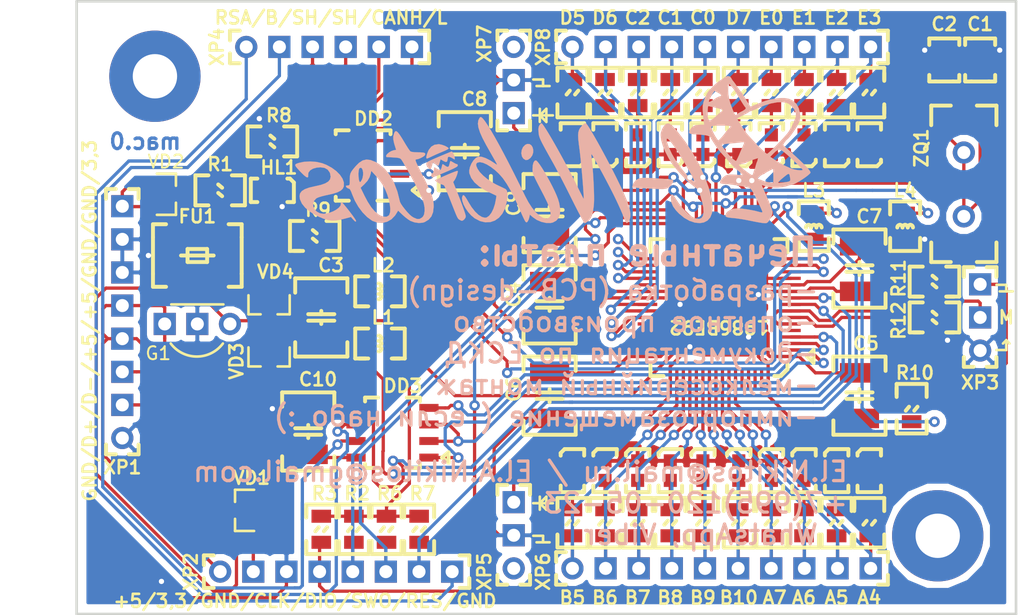
<source format=kicad_pcb>
(kicad_pcb (version 20171130) (host pcbnew "(5.0.0-3-g5ebb6b6)")
  (layers (0 F.Cu signal) (31 B.Cu signal) (34 B.Paste user) (35 F.Paste user) (36 B.SilkS user) (37 F.SilkS user) (38 B.Mask user) (39 F.Mask user) (44 Edge.Cuts user))
  (net 0 "")
  (net 1 /GND_MC)
  (net 2 "Net-(C1-Pad1)")
  (net 3 "Net-(C2-Pad1)")
  (net 4 /VCC)
  (net 5 "Net-(C3-Pad2)")
  (net 6 /VCC_MC)
  (net 7 /GND)
  (net 8 /A_VCC_MC)
  (net 9 /A_GND_MC)
  (net 10 /PF0_U2-RX)
  (net 11 /PF1_U2-TX)
  (net 12 /PF2_U2-En)
  (net 13 "Net-(DD1-Pad5)")
  (net 14 /MODE)
  (net 15 "Net-(DD1-Pad7)")
  (net 16 /PC0_SCL1)
  (net 17 /PC1_SDA1)
  (net 18 /USB_D+)
  (net 19 /PC2)
  (net 20 /USB_D-)
  (net 21 "Net-(DD1-Pad37)")
  (net 22 /PD6_ADC6)
  (net 23 "Net-(DD1-Pad14)")
  (net 24 /PD5_ADC5)
  (net 25 /PE6_C2-TX)
  (net 26 /PE6_C2-RX)
  (net 27 "Net-(DD1-Pad17)")
  (net 28 /RES)
  (net 29 /PE3_T2nC3)
  (net 30 /PE2_T2C3)
  (net 31 /PE1_T2nC1)
  (net 32 /PE0_T2C1_DAC)
  (net 33 /PD7_ADC7)
  (net 34 "Net-(DD1-Pad63)")
  (net 35 "Net-(DD1-Pad62)")
  (net 36 "Net-(DD1-Pad61)")
  (net 37 "Net-(DD1-Pad60)")
  (net 38 /PB9)
  (net 39 /PB8)
  (net 40 /PB7)
  (net 41 /PB6)
  (net 42 /PB5)
  (net 43 "Net-(DD2-Pad8)")
  (net 44 /CAN_H)
  (net 45 /CAN_L)
  (net 46 "Net-(DD2-Pad5)")
  (net 47 /RS_A)
  (net 48 /RS_B)
  (net 49 /+4...30)
  (net 50 "Net-(HL1-Pad1)")
  (net 51 /GND_LED1)
  (net 52 "Net-(HL2-Pad1)")
  (net 53 "Net-(HL3-Pad1)")
  (net 54 "Net-(HL4-Pad1)")
  (net 55 "Net-(HL5-Pad1)")
  (net 56 "Net-(HL6-Pad1)")
  (net 57 "Net-(HL7-Pad1)")
  (net 58 "Net-(HL8-Pad1)")
  (net 59 "Net-(HL9-Pad1)")
  (net 60 "Net-(HL10-Pad1)")
  (net 61 "Net-(HL11-Pad1)")
  (net 62 "Net-(HL12-Pad1)")
  (net 63 /GND_LED2)
  (net 64 "Net-(HL13-Pad1)")
  (net 65 "Net-(HL14-Pad1)")
  (net 66 "Net-(HL15-Pad1)")
  (net 67 "Net-(HL16-Pad1)")
  (net 68 "Net-(HL17-Pad1)")
  (net 69 "Net-(HL18-Pad1)")
  (net 70 "Net-(HL19-Pad1)")
  (net 71 "Net-(HL20-Pad1)")
  (net 72 "Net-(HL21-Pad1)")
  (net 73 "Net-(R8-Pad2)")
  (net 74 /+3,3_prog)
  (net 75 /+3,3)
  (net 76 "Net-(XP5-Pad1)")
  (net 77 "Net-(XP7-Pad1)")
  (net 78 "Net-(DD1-Pad47)")
  (net 79 "Net-(DD1-Pad46)")
  (net 80 "Net-(DD1-Pad45)")
  (net 81 "Net-(DD1-Pad44)")
  (net 82 "Net-(DD1-Pad43)")
  (net 83 /PA4)
  (net 84 /PA5)
  (net 85 /PA6)
  (net 86 /PA7)
  (net 87 /PB10)
  (net 88 "Net-(DD1-Pad34)")
  (net 89 "Net-(DD1-Pad33)")
  (net 90 /TDO_SWO)
  (net 91 /TMS_DIO_RX)
  (net 92 /TCK_CLK_TX)
  (module N_G:Стабилизатор_корпус_TO-92 (layer F.Cu) (at 88.25 81.25 180)
    (fp_text reference G1 (at 5.5 -2.25 180) (layer F.SilkS))
    (fp_text value стабилизатор_нерегулируемый_LM2950)
    (pad 1 thru_hole circle (at 0 0 180) (size 1.7 1.7) (drill 1) (layers *.Cu *.Mask) (net 4 /VCC))
    (pad 2 thru_hole rect (at 2.5 0 180) (size 1.7 1.7) (drill 1) (layers *.Cu *.Mask) (net 7 /GND))
    (pad 3 thru_hole rect (at 5 0 180) (size 1.7 1.7) (drill 1) (layers *.Cu *.Mask) (net 49 /+4...30))
  )
  (module N_X:Вилка_PLS3_вертикальная (layer F.Cu) (at 145.75 83.29 90)
    (fp_text reference XP3 (at -2.46 0 180) (layer F.SilkS) (effects (font (thickness 0.2))))
    (fp_text value Вилка_PLS3)
    (pad 1 thru_hole circle (at 0 0 90) (size 1.7 1.7) (drill 1) (layers *.Cu *.Mask) (net 1 /GND_MC))
    (pad 2 thru_hole rect (at 2.54 0 90) (size 1.7 1.7) (drill 1) (layers *.Cu *.Mask) (net 14 /MODE))
    (pad 3 thru_hole rect (at 5.08 0 90) (size 1.7 1.7) (drill 1) (layers *.Cu *.Mask) (net 6 /VCC_MC))
  )
  (module N_X:Отверстие_М3 (layer F.Cu) (at 142.5 97.5)
    (fp_text reference M3 hide)
    (fp_text value Отверстие_М3)
    (pad "" thru_hole circle (at 0 0) (size 7 7) (drill 3.4) (layers *.Cu *.Paste *.Mask))
  )
  (module N_X:Отверстие_М3 (layer F.Cu) (at 82.5 62.25)
    (fp_text reference M3 hide)
    (fp_text value Отверстие_М3)
    (pad "" thru_hole circle (at 0 0) (size 7 7) (drill 3.4) (layers *.Cu *.Paste *.Mask))
  )
  (module N_RLC:Конденсатор_SMD_0603 (layer F.Cu) (at 145.75 61.75 90)
    (fp_text reference C1 (at 3.5 0 180) (layer F.SilkS) (effects (font (thickness 0.2))))
    (fp_text value "12пФ(0603)")
    (pad 2 smd rect (at 1.5 0 90) (size 1 1.5) (layers F.Cu F.Paste F.Mask) (net 1 /GND_MC) (clearance 0.2))
    (pad 1 smd rect (at 0 0 90) (size 1 1.5) (layers F.Cu F.Paste F.Mask) (net 2 "Net-(C1-Pad1)") (clearance 0.2))
  )
  (module N_RLC:Конденсатор_SMD_0603 (layer F.Cu) (at 143 61.75 90)
    (fp_text reference C2 (at 3.5 0 180) (layer F.SilkS) (effects (font (thickness 0.2))))
    (fp_text value "12пФ(0603)")
    (pad 1 smd rect (at 0 0 90) (size 1 1.5) (layers F.Cu F.Paste F.Mask) (net 3 "Net-(C2-Pad1)") (clearance 0.2))
    (pad 2 smd rect (at 1.5 0 90) (size 1 1.5) (layers F.Cu F.Paste F.Mask) (net 1 /GND_MC) (clearance 0.2))
  )
  (module N_RLC:Конденсатор_SMD_1210 (layer F.Cu) (at 95.25 82.5 90)
    (fp_text reference C3 (at 5.75 0.75) (layer F.SilkS) (effects (font (thickness 0.2))))
    (fp_text value "4,7мкФ(1210)")
    (pad 1 smd rect (at 0 0 90) (size 1.5 3) (layers F.Cu F.Paste F.Mask) (net 4 /VCC) (clearance 0.2))
    (pad 2 smd rect (at 3.5 0 90) (size 1.5 3) (layers F.Cu F.Paste F.Mask) (net 5 "Net-(C3-Pad2)") (clearance 0.2))
  )
  (module N_RLC:Конденсатор_SMD_1210 (layer F.Cu) (at 112.75 78 270)
    (fp_text reference C4 (at 1 2.75 90) (layer F.SilkS) (effects (font (thickness 0.2))))
    (fp_text value "4,7мкФ(1210)")
    (pad 2 smd rect (at 3.5 0 270) (size 1.5 3) (layers F.Cu F.Paste F.Mask) (net 1 /GND_MC) (clearance 0.2))
    (pad 1 smd rect (at 0 0 270) (size 1.5 3) (layers F.Cu F.Paste F.Mask) (net 6 /VCC_MC) (clearance 0.2))
  )
  (module N_RLC:Конденсатор_SMD_1210 (layer F.Cu) (at 136.5 85 270)
    (fp_text reference C5 (at -2.25 -0.5) (layer F.SilkS) (effects (font (thickness 0.2))))
    (fp_text value "4,7мкФ(1210)")
    (pad 1 smd rect (at 0 0 270) (size 1.5 3) (layers F.Cu F.Paste F.Mask) (net 6 /VCC_MC) (clearance 0.2))
    (pad 2 smd rect (at 3.5 0 270) (size 1.5 3) (layers F.Cu F.Paste F.Mask) (net 1 /GND_MC) (clearance 0.2))
  )
  (module N_RLC:Конденсатор_SMD_1210 (layer F.Cu) (at 112.75 85 270)
    (fp_text reference C6 (at 1.25 2.75 90) (layer F.SilkS) (effects (font (thickness 0.2))))
    (fp_text value "4,7мкФ(1210)")
    (pad 2 smd rect (at 3.5 0 270) (size 1.5 3) (layers F.Cu F.Paste F.Mask) (net 1 /GND_MC) (clearance 0.2))
    (pad 1 smd rect (at 0 0 270) (size 1.5 3) (layers F.Cu F.Paste F.Mask) (net 6 /VCC_MC) (clearance 0.2))
  )
  (module N_RLC:Конденсатор_SMD_1210 (layer F.Cu) (at 136.5 75.25 270)
    (fp_text reference C7 (at -2.25 -0.75) (layer F.SilkS) (effects (font (thickness 0.2))))
    (fp_text value "4,7мкФ(1210)")
    (pad 1 smd rect (at 0 0 270) (size 1.5 3) (layers F.Cu F.Paste F.Mask) (net 6 /VCC_MC) (clearance 0.2))
    (pad 2 smd rect (at 3.5 0 270) (size 1.5 3) (layers F.Cu F.Paste F.Mask) (net 1 /GND_MC) (clearance 0.2))
  )
  (module N_RLC:Конденсатор_SMD_1210 (layer F.Cu) (at 106.25 69.75 90)
    (fp_text reference C8 (at 5.75 0.75) (layer F.SilkS) (effects (font (thickness 0.2))))
    (fp_text value "4,7мкФ(1210)")
    (pad 2 smd rect (at 3.5 0 90) (size 1.5 3) (layers F.Cu F.Paste F.Mask) (net 4 /VCC) (clearance 0.2))
    (pad 1 smd rect (at 0 0 90) (size 1.5 3) (layers F.Cu F.Paste F.Mask) (net 7 /GND) (clearance 0.2))
  )
  (module N_RLC:Конденсатор_SMD_1210 (layer F.Cu) (at 112.75 74.5 90)
    (fp_text reference C9 (at 2.5 -2.75 270) (layer F.SilkS) (effects (font (thickness 0.2))))
    (fp_text value "4,7мкФ(1210)")
    (pad 1 smd rect (at 0 0 90) (size 1.5 3) (layers F.Cu F.Paste F.Mask) (net 8 /A_VCC_MC) (clearance 0.2))
    (pad 2 smd rect (at 3.5 0 90) (size 1.5 3) (layers F.Cu F.Paste F.Mask) (net 9 /A_GND_MC) (clearance 0.2))
  )
  (module N_RLC:Конденсатор_SMD_1210 (layer F.Cu) (at 94.25 87.75 270)
    (fp_text reference C10 (at -2.25 -0.75 180) (layer F.SilkS) (effects (font (thickness 0.2))))
    (fp_text value "4,7мкФ(1210)")
    (pad 2 smd rect (at 3.5 0 270) (size 1.5 3) (layers F.Cu F.Paste F.Mask) (net 4 /VCC) (clearance 0.2))
    (pad 1 smd rect (at 0 0 270) (size 1.5 3) (layers F.Cu F.Paste F.Mask) (net 7 /GND) (clearance 0.2))
  )
  (module N_DD:Микросхема_1986ВЕ92QL (layer F.Cu) (at 136.98 87.74 180)
    (fp_text reference DD1 hide)
    (fp_text value 1986ВЕ92QL hide)
    (pad 1 smd rect (at 5.73 3.99 180) (size 1.5 0.25) (layers F.Cu F.Paste F.Mask) (net 6 /VCC_MC))
    (pad 48 smd rect (at 16.73 3.99 180) (size 1.5 0.25) (layers F.Cu F.Paste F.Mask) (net 6 /VCC_MC))
    (pad 2 smd rect (at 5.73 4.49 180) (size 1.5 0.25) (layers F.Cu F.Paste F.Mask) (net 10 /PF0_U2-RX))
    (pad 47 smd rect (at 16.73 4.49 180) (size 1.5 0.25) (layers F.Cu F.Paste F.Mask) (net 78 "Net-(DD1-Pad47)"))
    (pad 3 smd rect (at 5.73 4.99 180) (size 1.5 0.25) (layers F.Cu F.Paste F.Mask) (net 11 /PF1_U2-TX))
    (pad 46 smd rect (at 16.73 4.99 180) (size 1.5 0.25) (layers F.Cu F.Paste F.Mask) (net 79 "Net-(DD1-Pad46)"))
    (pad 4 smd rect (at 5.73 5.49 180) (size 1.5 0.25) (layers F.Cu F.Paste F.Mask) (net 12 /PF2_U2-En))
    (pad 45 smd rect (at 16.73 5.49 180) (size 1.5 0.25) (layers F.Cu F.Paste F.Mask) (net 80 "Net-(DD1-Pad45)"))
    (pad 5 smd rect (at 5.73 5.99 180) (size 1.5 0.25) (layers F.Cu F.Paste F.Mask) (net 13 "Net-(DD1-Pad5)"))
    (pad 44 smd rect (at 16.73 5.99 180) (size 1.5 0.25) (layers F.Cu F.Paste F.Mask) (net 81 "Net-(DD1-Pad44)"))
    (pad 6 smd rect (at 5.73 6.49 180) (size 1.5 0.25) (layers F.Cu F.Paste F.Mask) (net 14 /MODE))
    (pad 43 smd rect (at 16.73 6.49 180) (size 1.5 0.25) (layers F.Cu F.Paste F.Mask) (net 82 "Net-(DD1-Pad43)"))
    (pad 7 smd rect (at 5.73 6.99 180) (size 1.5 0.25) (layers F.Cu F.Paste F.Mask) (net 15 "Net-(DD1-Pad7)"))
    (pad 42 smd rect (at 16.73 6.99 180) (size 1.5 0.25) (layers F.Cu F.Paste F.Mask) (net 16 /PC0_SCL1))
    (pad 8 smd rect (at 5.73 7.49 180) (size 1.5 0.25) (layers F.Cu F.Paste F.Mask) (net 14 /MODE))
    (pad 41 smd rect (at 16.73 7.49 180) (size 1.5 0.25) (layers F.Cu F.Paste F.Mask) (net 17 /PC1_SDA1))
    (pad 9 smd rect (at 5.73 7.99 180) (size 1.5 0.25) (layers F.Cu F.Paste F.Mask) (net 18 /USB_D+))
    (pad 40 smd rect (at 16.73 7.99 180) (size 1.5 0.25) (layers F.Cu F.Paste F.Mask) (net 19 /PC2))
    (pad 10 smd rect (at 5.73 8.49 180) (size 1.5 0.25) (layers F.Cu F.Paste F.Mask) (net 20 /USB_D-))
    (pad 39 smd rect (at 16.73 8.49 180) (size 1.5 0.25) (layers F.Cu F.Paste F.Mask) (net 1 /GND_MC))
    (pad 11 smd rect (at 5.73 8.99 180) (size 1.5 0.25) (layers F.Cu F.Paste F.Mask) (net 1 /GND_MC))
    (pad 38 smd rect (at 16.73 8.99 180) (size 1.5 0.25) (layers F.Cu F.Paste F.Mask) (net 6 /VCC_MC))
    (pad 12 smd rect (at 5.73 9.49 180) (size 1.5 0.25) (layers F.Cu F.Paste F.Mask) (net 6 /VCC_MC))
    (pad 37 smd rect (at 16.73 9.49 180) (size 1.5 0.25) (layers F.Cu F.Paste F.Mask) (net 21 "Net-(DD1-Pad37)"))
    (pad 13 smd rect (at 5.73 9.99 180) (size 1.5 0.25) (layers F.Cu F.Paste F.Mask) (net 6 /VCC_MC))
    (pad 36 smd rect (at 16.73 9.99 180) (size 1.5 0.25) (layers F.Cu F.Paste F.Mask) (net 22 /PD6_ADC6))
    (pad 14 smd rect (at 5.73 10.49 180) (size 1.5 0.25) (layers F.Cu F.Paste F.Mask) (net 23 "Net-(DD1-Pad14)"))
    (pad 35 smd rect (at 16.73 10.49 180) (size 1.5 0.25) (layers F.Cu F.Paste F.Mask) (net 24 /PD5_ADC5))
    (pad 15 smd rect (at 5.73 10.99 180) (size 1.5 0.25) (layers F.Cu F.Paste F.Mask) (net 25 /PE6_C2-TX))
    (pad 34 smd rect (at 16.73 10.99 180) (size 1.5 0.25) (layers F.Cu F.Paste F.Mask) (net 88 "Net-(DD1-Pad34)"))
    (pad 16 smd rect (at 5.73 11.49 180) (size 1.5 0.25) (layers F.Cu F.Paste F.Mask) (net 26 /PE6_C2-RX))
    (pad 33 smd rect (at 16.73 11.49 180) (size 1.5 0.25) (layers F.Cu F.Paste F.Mask) (net 89 "Net-(DD1-Pad33)"))
    (pad 17 smd rect (at 7.48 13.24 180) (size 0.25 1.5) (layers F.Cu F.Paste F.Mask) (net 27 "Net-(DD1-Pad17)"))
    (pad 18 smd rect (at 7.98 13.24 180) (size 0.25 1.5) (layers F.Cu F.Paste F.Mask) (net 28 /RES))
    (pad 19 smd rect (at 8.48 13.24 180) (size 0.25 1.5) (layers F.Cu F.Paste F.Mask) (net 2 "Net-(C1-Pad1)"))
    (pad 20 smd rect (at 8.98 13.24 180) (size 0.25 1.5) (layers F.Cu F.Paste F.Mask) (net 3 "Net-(C2-Pad1)"))
    (pad 21 smd rect (at 9.48 13.24 180) (size 0.25 1.5) (layers F.Cu F.Paste F.Mask) (net 29 /PE3_T2nC3))
    (pad 22 smd rect (at 9.98 13.24 180) (size 0.25 1.5) (layers F.Cu F.Paste F.Mask) (net 30 /PE2_T2C3))
    (pad 23 smd rect (at 10.48 13.24 180) (size 0.25 1.5) (layers F.Cu F.Paste F.Mask) (net 9 /A_GND_MC))
    (pad 24 smd rect (at 10.98 13.24 180) (size 0.25 1.5) (layers F.Cu F.Paste F.Mask) (net 8 /A_VCC_MC))
    (pad 25 smd rect (at 11.48 13.24 180) (size 0.25 1.5) (layers F.Cu F.Paste F.Mask) (net 31 /PE1_T2nC1))
    (pad 26 smd rect (at 11.98 13.24 180) (size 0.25 1.5) (layers F.Cu F.Paste F.Mask) (net 32 /PE0_T2C1_DAC))
    (pad 27 smd rect (at 12.48 13.24 180) (size 0.25 1.5) (layers F.Cu F.Paste F.Mask) (net 9 /A_GND_MC))
    (pad 28 smd rect (at 12.98 13.24 180) (size 0.25 1.5) (layers F.Cu F.Paste F.Mask) (net 8 /A_VCC_MC))
    (pad 29 smd rect (at 13.48 13.24 180) (size 0.25 1.5) (layers F.Cu F.Paste F.Mask) (net 33 /PD7_ADC7))
    (pad 30 smd rect (at 13.98 13.24 180) (size 0.25 1.5) (layers F.Cu F.Paste F.Mask) (net 90 /TDO_SWO))
    (pad 31 smd rect (at 14.48 13.24 180) (size 0.25 1.5) (layers F.Cu F.Paste F.Mask) (net 91 /TMS_DIO_RX))
    (pad 32 smd rect (at 14.98 13.24 180) (size 0.25 1.5) (layers F.Cu F.Paste F.Mask) (net 92 /TCK_CLK_TX))
    (pad 64 smd rect (at 7.48 2.24 180) (size 0.25 1.5) (layers F.Cu F.Paste F.Mask) (net 1 /GND_MC))
    (pad 63 smd rect (at 7.98 2.24 180) (size 0.25 1.5) (layers F.Cu F.Paste F.Mask) (net 34 "Net-(DD1-Pad63)"))
    (pad 62 smd rect (at 8.48 2.24 180) (size 0.25 1.5) (layers F.Cu F.Paste F.Mask) (net 35 "Net-(DD1-Pad62)"))
    (pad 61 smd rect (at 8.98 2.24 180) (size 0.25 1.5) (layers F.Cu F.Paste F.Mask) (net 36 "Net-(DD1-Pad61)"))
    (pad 60 smd rect (at 9.48 2.24 180) (size 0.25 1.5) (layers F.Cu F.Paste F.Mask) (net 37 "Net-(DD1-Pad60)"))
    (pad 59 smd rect (at 9.98 2.24 180) (size 0.25 1.5) (layers F.Cu F.Paste F.Mask) (net 83 /PA4))
    (pad 58 smd rect (at 10.48 2.24 180) (size 0.25 1.5) (layers F.Cu F.Paste F.Mask) (net 84 /PA5))
    (pad 57 smd rect (at 10.98 2.24 180) (size 0.25 1.5) (layers F.Cu F.Paste F.Mask) (net 85 /PA6))
    (pad 56 smd rect (at 11.48 2.24 180) (size 0.25 1.5) (layers F.Cu F.Paste F.Mask) (net 86 /PA7))
    (pad 55 smd rect (at 11.98 2.24 180) (size 0.25 1.5) (layers F.Cu F.Paste F.Mask) (net 87 /PB10))
    (pad 54 smd rect (at 12.48 2.24 180) (size 0.25 1.5) (layers F.Cu F.Paste F.Mask) (net 38 /PB9))
    (pad 53 smd rect (at 12.98 2.24 180) (size 0.25 1.5) (layers F.Cu F.Paste F.Mask) (net 39 /PB8))
    (pad 52 smd rect (at 13.48 2.24 180) (size 0.25 1.5) (layers F.Cu F.Paste F.Mask) (net 40 /PB7))
    (pad 51 smd rect (at 13.98 2.24 180) (size 0.25 1.5) (layers F.Cu F.Paste F.Mask) (net 41 /PB6))
    (pad 50 smd rect (at 14.48 2.24 180) (size 0.25 1.5) (layers F.Cu F.Paste F.Mask) (net 42 /PB5))
    (pad 49 smd rect (at 14.98 2.24 180) (size 0.25 1.5) (layers F.Cu F.Paste F.Mask) (net 1 /GND_MC))
  )
  (module N_DD:SO-8 (layer F.Cu) (at 98.456 69.095 90)
    (fp_text reference DD2 (at 3.595 0.794 180) (layer F.SilkS) (effects (font (thickness 0.2))))
    (fp_text value "5559ИН14А(CAN)")
    (pad 8 smd rect (at -1.905 -2.794 90) (size 0.6096 1.4732) (layers F.Cu F.Paste F.Mask) (net 43 "Net-(DD2-Pad8)"))
    (pad 7 smd rect (at -0.635 -2.794 90) (size 0.6096 1.4732) (layers F.Cu F.Paste F.Mask) (net 44 /CAN_H))
    (pad 6 smd rect (at 0.635 -2.794 90) (size 0.6096 1.4732) (layers F.Cu F.Paste F.Mask) (net 45 /CAN_L))
    (pad 5 smd rect (at 1.905 -2.794 90) (size 0.6096 1.4732) (layers F.Cu F.Paste F.Mask) (net 46 "Net-(DD2-Pad5)"))
    (pad 4 smd rect (at 1.905 2.794 90) (size 0.6096 1.4732) (layers F.Cu F.Paste F.Mask) (net 25 /PE6_C2-TX))
    (pad 3 smd rect (at 0.635 2.794 90) (size 0.6096 1.4732) (layers F.Cu F.Paste F.Mask) (net 4 /VCC))
    (pad 2 smd rect (at -0.635 2.794 90) (size 0.6096 1.4732) (layers F.Cu F.Paste F.Mask) (net 7 /GND))
    (pad 1 smd rect (at -1.905 2.794 90) (size 0.6096 1.4732) (layers F.Cu F.Paste F.Mask) (net 26 /PE6_C2-RX))
  )
  (module N_DD:SO-8 (layer F.Cu) (at 100.706 89.595 90)
    (fp_text reference DD3 (at 3.595 0.794 180) (layer F.SilkS) (effects (font (thickness 0.2))))
    (fp_text value "5559ИН10_28(UART-RS485)")
    (pad 1 smd rect (at -1.905 2.794 90) (size 0.6096 1.4732) (layers F.Cu F.Paste F.Mask) (net 10 /PF0_U2-RX))
    (pad 2 smd rect (at -0.635 2.794 90) (size 0.6096 1.4732) (layers F.Cu F.Paste F.Mask) (net 12 /PF2_U2-En))
    (pad 3 smd rect (at 0.635 2.794 90) (size 0.6096 1.4732) (layers F.Cu F.Paste F.Mask) (net 12 /PF2_U2-En))
    (pad 4 smd rect (at 1.905 2.794 90) (size 0.6096 1.4732) (layers F.Cu F.Paste F.Mask) (net 11 /PF1_U2-TX))
    (pad 5 smd rect (at 1.905 -2.794 90) (size 0.6096 1.4732) (layers F.Cu F.Paste F.Mask) (net 7 /GND))
    (pad 6 smd rect (at 0.635 -2.794 90) (size 0.6096 1.4732) (layers F.Cu F.Paste F.Mask) (net 47 /RS_A))
    (pad 7 smd rect (at -0.635 -2.794 90) (size 0.6096 1.4732) (layers F.Cu F.Paste F.Mask) (net 48 /RS_B))
    (pad 8 smd rect (at -1.905 -2.794 90) (size 0.6096 1.4732) (layers F.Cu F.Paste F.Mask) (net 4 /VCC))
  )
  (module N_RLC:Предохранитель_SMD_1812 (layer F.Cu) (at 83.5 76)
    (fp_text reference FU1 (at 2.25 -3 180) (layer F.SilkS) (effects (font (thickness 0.2))))
    (fp_text value Предохранитель)
    (pad 1 smd rect (at 0 0) (size 1.5 4) (layers F.Cu F.Paste F.Mask) (net 7 /GND) (clearance 0.2))
    (pad 2 smd rect (at 4.5 0) (size 1.5 4) (layers F.Cu F.Paste F.Mask) (net 5 "Net-(C3-Pad2)") (clearance 0.2))
  )
  (module N_VD_HL:Светодиод_SMD_0603 (layer F.Cu) (at 90.75 71)
    (fp_text reference HL1 (at 1.25 -1.75) (layer F.SilkS) (effects (font (thickness 0.2))))
    (fp_text value Светодиод)
    (pad 1 smd rect (at 0 0) (size 1 1) (layers F.Cu F.Paste F.Mask) (net 50 "Net-(HL1-Pad1)") (clearance 0.2))
    (pad 2 smd rect (at 1.5 0) (size 1 1) (layers F.Cu F.Paste F.Mask) (net 7 /GND) (clearance 0.2))
  )
  (module N_VD_HL:Светодиод_SMD_0603 (layer F.Cu) (at 114.5 93.25 90)
    (fp_text reference HL2 hide)
    (fp_text value Светодиод)
    (pad 2 smd rect (at 1.5 0 90) (size 1 1) (layers F.Cu F.Paste F.Mask) (net 51 /GND_LED1) (clearance 0.2))
    (pad 1 smd rect (at 0 0 90) (size 1 1) (layers F.Cu F.Paste F.Mask) (net 52 "Net-(HL2-Pad1)") (clearance 0.2))
  )
  (module N_VD_HL:Светодиод_SMD_0603 (layer F.Cu) (at 117 93.25 90)
    (fp_text reference HL3 hide)
    (fp_text value Светодиод)
    (pad 1 smd rect (at 0 0 90) (size 1 1) (layers F.Cu F.Paste F.Mask) (net 53 "Net-(HL3-Pad1)") (clearance 0.2))
    (pad 2 smd rect (at 1.5 0 90) (size 1 1) (layers F.Cu F.Paste F.Mask) (net 51 /GND_LED1) (clearance 0.2))
  )
  (module N_VD_HL:Светодиод_SMD_0603 (layer F.Cu) (at 119.5 93.25 90)
    (fp_text reference HL4 hide)
    (fp_text value Светодиод)
    (pad 1 smd rect (at 0 0 90) (size 1 1) (layers F.Cu F.Paste F.Mask) (net 54 "Net-(HL4-Pad1)") (clearance 0.2))
    (pad 2 smd rect (at 1.5 0 90) (size 1 1) (layers F.Cu F.Paste F.Mask) (net 51 /GND_LED1) (clearance 0.2))
  )
  (module N_VD_HL:Светодиод_SMD_0603 (layer F.Cu) (at 122 93.25 90)
    (fp_text reference HL5 hide)
    (fp_text value Светодиод)
    (pad 1 smd rect (at 0 0 90) (size 1 1) (layers F.Cu F.Paste F.Mask) (net 55 "Net-(HL5-Pad1)") (clearance 0.2))
    (pad 2 smd rect (at 1.5 0 90) (size 1 1) (layers F.Cu F.Paste F.Mask) (net 51 /GND_LED1) (clearance 0.2))
  )
  (module N_VD_HL:Светодиод_SMD_0603 (layer F.Cu) (at 124.5 93.25 90)
    (fp_text reference HL6 hide)
    (fp_text value Светодиод)
    (pad 2 smd rect (at 1.5 0 90) (size 1 1) (layers F.Cu F.Paste F.Mask) (net 51 /GND_LED1) (clearance 0.2))
    (pad 1 smd rect (at 0 0 90) (size 1 1) (layers F.Cu F.Paste F.Mask) (net 56 "Net-(HL6-Pad1)") (clearance 0.2))
  )
  (module N_VD_HL:Светодиод_SMD_0603 (layer F.Cu) (at 127.25 93.25 90)
    (fp_text reference HL7 hide)
    (fp_text value Светодиод)
    (pad 1 smd rect (at 0 0 90) (size 1 1) (layers F.Cu F.Paste F.Mask) (net 57 "Net-(HL7-Pad1)") (clearance 0.2))
    (pad 2 smd rect (at 1.5 0 90) (size 1 1) (layers F.Cu F.Paste F.Mask) (net 51 /GND_LED1) (clearance 0.2))
  )
  (module N_VD_HL:Светодиод_SMD_0603 (layer F.Cu) (at 129.75 93.25 90)
    (fp_text reference HL8 hide)
    (fp_text value Светодиод)
    (pad 1 smd rect (at 0 0 90) (size 1 1) (layers F.Cu F.Paste F.Mask) (net 58 "Net-(HL8-Pad1)") (clearance 0.2))
    (pad 2 smd rect (at 1.5 0 90) (size 1 1) (layers F.Cu F.Paste F.Mask) (net 51 /GND_LED1) (clearance 0.2))
  )
  (module N_VD_HL:Светодиод_SMD_0603 (layer F.Cu) (at 132.25 93.25 90)
    (fp_text reference HL9 hide)
    (fp_text value Светодиод)
    (pad 2 smd rect (at 1.5 0 90) (size 1 1) (layers F.Cu F.Paste F.Mask) (net 51 /GND_LED1) (clearance 0.2))
    (pad 1 smd rect (at 0 0 90) (size 1 1) (layers F.Cu F.Paste F.Mask) (net 59 "Net-(HL9-Pad1)") (clearance 0.2))
  )
  (module N_VD_HL:Светодиод_SMD_0603 (layer F.Cu) (at 134.75 93.25 90)
    (fp_text reference HL10 hide)
    (fp_text value Светодиод)
    (pad 2 smd rect (at 1.5 0 90) (size 1 1) (layers F.Cu F.Paste F.Mask) (net 51 /GND_LED1) (clearance 0.2))
    (pad 1 smd rect (at 0 0 90) (size 1 1) (layers F.Cu F.Paste F.Mask) (net 60 "Net-(HL10-Pad1)") (clearance 0.2))
  )
  (module N_VD_HL:Светодиод_SMD_0603 (layer F.Cu) (at 137.25 93.25 90)
    (fp_text reference HL11 hide)
    (fp_text value Светодиод)
    (pad 2 smd rect (at 1.5 0 90) (size 1 1) (layers F.Cu F.Paste F.Mask) (net 51 /GND_LED1) (clearance 0.2))
    (pad 1 smd rect (at 0 0 90) (size 1 1) (layers F.Cu F.Paste F.Mask) (net 61 "Net-(HL11-Pad1)") (clearance 0.2))
  )
  (module N_VD_HL:Светодиод_SMD_0603 (layer F.Cu) (at 114.5 66.75 270)
    (fp_text reference HL12 hide)
    (fp_text value Светодиод)
    (pad 1 smd rect (at 0 0 270) (size 1 1) (layers F.Cu F.Paste F.Mask) (net 62 "Net-(HL12-Pad1)") (clearance 0.2))
    (pad 2 smd rect (at 1.5 0 270) (size 1 1) (layers F.Cu F.Paste F.Mask) (net 63 /GND_LED2) (clearance 0.2))
  )
  (module N_VD_HL:Светодиод_SMD_0603 (layer F.Cu) (at 117 66.75 270)
    (fp_text reference HL13 hide)
    (fp_text value Светодиод)
    (pad 1 smd rect (at 0 0 270) (size 1 1) (layers F.Cu F.Paste F.Mask) (net 64 "Net-(HL13-Pad1)") (clearance 0.2))
    (pad 2 smd rect (at 1.5 0 270) (size 1 1) (layers F.Cu F.Paste F.Mask) (net 63 /GND_LED2) (clearance 0.2))
  )
  (module N_VD_HL:Светодиод_SMD_0603 (layer F.Cu) (at 119.5 66.75 270)
    (fp_text reference HL14 hide)
    (fp_text value Светодиод)
    (pad 2 smd rect (at 1.5 0 270) (size 1 1) (layers F.Cu F.Paste F.Mask) (net 63 /GND_LED2) (clearance 0.2))
    (pad 1 smd rect (at 0 0 270) (size 1 1) (layers F.Cu F.Paste F.Mask) (net 65 "Net-(HL14-Pad1)") (clearance 0.2))
  )
  (module N_VD_HL:Светодиод_SMD_0603 (layer F.Cu) (at 122 66.75 270)
    (fp_text reference HL15 hide)
    (fp_text value Светодиод)
    (pad 2 smd rect (at 1.5 0 270) (size 1 1) (layers F.Cu F.Paste F.Mask) (net 63 /GND_LED2) (clearance 0.2))
    (pad 1 smd rect (at 0 0 270) (size 1 1) (layers F.Cu F.Paste F.Mask) (net 66 "Net-(HL15-Pad1)") (clearance 0.2))
  )
  (module N_VD_HL:Светодиод_SMD_0603 (layer F.Cu) (at 124.5 66.75 270)
    (fp_text reference HL16 hide)
    (fp_text value Светодиод)
    (pad 1 smd rect (at 0 0 270) (size 1 1) (layers F.Cu F.Paste F.Mask) (net 67 "Net-(HL16-Pad1)") (clearance 0.2))
    (pad 2 smd rect (at 1.5 0 270) (size 1 1) (layers F.Cu F.Paste F.Mask) (net 63 /GND_LED2) (clearance 0.2))
  )
  (module N_VD_HL:Светодиод_SMD_0603 (layer F.Cu) (at 127.25 66.75 270)
    (fp_text reference HL17 hide)
    (fp_text value Светодиод)
    (pad 2 smd rect (at 1.5 0 270) (size 1 1) (layers F.Cu F.Paste F.Mask) (net 63 /GND_LED2) (clearance 0.2))
    (pad 1 smd rect (at 0 0 270) (size 1 1) (layers F.Cu F.Paste F.Mask) (net 68 "Net-(HL17-Pad1)") (clearance 0.2))
  )
  (module N_VD_HL:Светодиод_SMD_0603 (layer F.Cu) (at 129.75 66.75 270)
    (fp_text reference HL18 hide)
    (fp_text value Светодиод)
    (pad 1 smd rect (at 0 0 270) (size 1 1) (layers F.Cu F.Paste F.Mask) (net 69 "Net-(HL18-Pad1)") (clearance 0.2))
    (pad 2 smd rect (at 1.5 0 270) (size 1 1) (layers F.Cu F.Paste F.Mask) (net 63 /GND_LED2) (clearance 0.2))
  )
  (module N_VD_HL:Светодиод_SMD_0603 (layer F.Cu) (at 132.25 66.75 270)
    (fp_text reference HL19 hide)
    (fp_text value Светодиод)
    (pad 2 smd rect (at 1.5 0 270) (size 1 1) (layers F.Cu F.Paste F.Mask) (net 63 /GND_LED2) (clearance 0.2))
    (pad 1 smd rect (at 0 0 270) (size 1 1) (layers F.Cu F.Paste F.Mask) (net 70 "Net-(HL19-Pad1)") (clearance 0.2))
  )
  (module N_VD_HL:Светодиод_SMD_0603 (layer F.Cu) (at 134.75 66.75 270)
    (fp_text reference HL20 hide)
    (fp_text value Светодиод)
    (pad 1 smd rect (at 0 0 270) (size 1 1) (layers F.Cu F.Paste F.Mask) (net 71 "Net-(HL20-Pad1)") (clearance 0.2))
    (pad 2 smd rect (at 1.5 0 270) (size 1 1) (layers F.Cu F.Paste F.Mask) (net 63 /GND_LED2) (clearance 0.2))
  )
  (module N_VD_HL:Светодиод_SMD_0603 (layer F.Cu) (at 137.25 66.75 270)
    (fp_text reference HL21 hide)
    (fp_text value Светодиод)
    (pad 2 smd rect (at 1.5 0 270) (size 1 1) (layers F.Cu F.Paste F.Mask) (net 63 /GND_LED2) (clearance 0.2))
    (pad 1 smd rect (at 0 0 270) (size 1 1) (layers F.Cu F.Paste F.Mask) (net 72 "Net-(HL21-Pad1)") (clearance 0.2))
  )
  (module N_RLC:Чип-индуктивность_SMD_0805 (layer F.Cu) (at 98.75 82.75)
    (fp_text reference L1 (at 1.25 -2) (layer F.SilkS) (effects (font (thickness 0.2))))
    (fp_text value "33мкГн(0805)")
    (pad 2 smd rect (at 2 0) (size 1 1.5) (layers F.Cu F.Paste F.Mask) (net 6 /VCC_MC) (clearance 0.2))
    (pad 1 smd rect (at 0 0) (size 1 1.5) (layers F.Cu F.Paste F.Mask) (net 4 /VCC) (clearance 0.2))
  )
  (module N_RLC:Чип-индуктивность_SMD_0805 (layer F.Cu) (at 98.75 78.75)
    (fp_text reference L2 (at 1.25 -2) (layer F.SilkS) (effects (font (thickness 0.2))))
    (fp_text value "33мкГн(0805)")
    (pad 1 smd rect (at 0 0) (size 1 1.5) (layers F.Cu F.Paste F.Mask) (net 5 "Net-(C3-Pad2)") (clearance 0.2))
    (pad 2 smd rect (at 2 0) (size 1 1.5) (layers F.Cu F.Paste F.Mask) (net 1 /GND_MC) (clearance 0.2))
  )
  (module N_RLC:Чип-индуктивность_SMD_0805 (layer F.Cu) (at 133 74.75 90)
    (fp_text reference L3 (at 3.75 0 180) (layer F.SilkS) (effects (font (thickness 0.2))))
    (fp_text value "33мкГн(0805)")
    (pad 2 smd rect (at 2 0 90) (size 1 1.5) (layers F.Cu F.Paste F.Mask) (net 8 /A_VCC_MC) (clearance 0.2))
    (pad 1 smd rect (at 0 0 90) (size 1 1.5) (layers F.Cu F.Paste F.Mask) (net 6 /VCC_MC) (clearance 0.2))
  )
  (module N_RLC:Чип-индуктивность_SMD_0805 (layer F.Cu) (at 140 74.75 90)
    (fp_text reference L4 (at 3.75 0 180) (layer F.SilkS) (effects (font (thickness 0.2))))
    (fp_text value "33мкГн(0805)")
    (pad 1 smd rect (at 0 0 90) (size 1 1.5) (layers F.Cu F.Paste F.Mask) (net 1 /GND_MC) (clearance 0.2))
    (pad 2 smd rect (at 2 0 90) (size 1 1.5) (layers F.Cu F.Paste F.Mask) (net 9 /A_GND_MC) (clearance 0.2))
  )
  (module N_RLC:Резистор_SMD_0805_0,125Вт (layer F.Cu) (at 88.5 71 180)
    (fp_text reference R1 (at 1 2 180) (layer F.SilkS) (effects (font (thickness 0.2))))
    (fp_text value 39 hide)
    (pad 2 smd rect (at 2 0 180) (size 1 1.5) (layers F.Cu F.Paste F.Mask) (net 4 /VCC) (clearance 0.2))
    (pad 1 smd rect (at 0 0 180) (size 1 1.5) (layers F.Cu F.Paste F.Mask) (net 50 "Net-(HL1-Pad1)") (clearance 0.2))
  )
  (module N_RLC:Резистор_SMD_0805_0,125Вт (layer F.Cu) (at 102.75 96 270)
    (fp_text reference R7 (at -1.75 -0.25) (layer F.SilkS) (effects (font (thickness 0.2))))
    (fp_text value 20к hide)
    (pad 2 smd rect (at 2 0 270) (size 1 1.5) (layers F.Cu F.Paste F.Mask) (net 28 /RES) (clearance 0.2))
    (pad 1 smd rect (at 0 0 270) (size 1 1.5) (layers F.Cu F.Paste F.Mask) (net 6 /VCC_MC) (clearance 0.2))
  )
  (module N_RLC:Резистор_SMD_0805_0,125Вт (layer F.Cu) (at 90.5 67.25)
    (fp_text reference R8 (at 1.5 -2) (layer F.SilkS) (effects (font (thickness 0.2))))
    (fp_text value 100к hide)
    (pad 2 smd rect (at 2 0) (size 1 1.5) (layers F.Cu F.Paste F.Mask) (net 73 "Net-(R8-Pad2)") (clearance 0.2))
    (pad 1 smd rect (at 0 0) (size 1 1.5) (layers F.Cu F.Paste F.Mask) (net 7 /GND) (clearance 0.2))
  )
  (module N_RLC:Резистор_SMD_0805_0,125Вт (layer F.Cu) (at 93.75 74.5)
    (fp_text reference R9 (at 1.25 -2) (layer F.SilkS) (effects (font (thickness 0.2))))
    (fp_text value 24к hide)
    (pad 1 smd rect (at 0 0) (size 1 1.5) (layers F.Cu F.Paste F.Mask) (net 7 /GND) (clearance 0.2))
    (pad 2 smd rect (at 2 0) (size 1 1.5) (layers F.Cu F.Paste F.Mask) (net 43 "Net-(DD2-Pad8)") (clearance 0.2))
  )
  (module N_RLC:Резистор_SMD_0805_0,125Вт (layer F.Cu) (at 140.5 86.75 270)
    (fp_text reference R10 (at -1.75 -0.25) (layer F.SilkS) (effects (font (thickness 0.2))))
    (fp_text value 20к hide)
    (pad 2 smd rect (at 2 0 270) (size 1 1.5) (layers F.Cu F.Paste F.Mask) (net 27 "Net-(DD1-Pad17)") (clearance 0.2))
    (pad 1 smd rect (at 0 0 270) (size 1 1.5) (layers F.Cu F.Paste F.Mask) (net 6 /VCC_MC) (clearance 0.2))
  )
  (module N_RLC:Резистор_SMD_0805_0,125Вт (layer F.Cu) (at 141.25 78)
    (fp_text reference R11 (at -1.75 -0.25 90) (layer F.SilkS) (effects (font (thickness 0.2))))
    (fp_text value 20к hide)
    (pad 2 smd rect (at 2 0) (size 1 1.5) (layers F.Cu F.Paste F.Mask) (net 1 /GND_MC) (clearance 0.2))
    (pad 1 smd rect (at 0 0) (size 1 1.5) (layers F.Cu F.Paste F.Mask) (net 14 /MODE) (clearance 0.2))
  )
  (module N_RLC:Резистор_SMD_0805_0,125Вт (layer F.Cu) (at 141.25 80.75)
    (fp_text reference R12 (at -1.75 0.25 90) (layer F.SilkS) (effects (font (thickness 0.2))))
    (fp_text value 20к hide)
    (pad 2 smd rect (at 2 0) (size 1 1.5) (layers F.Cu F.Paste F.Mask) (net 1 /GND_MC) (clearance 0.2))
    (pad 1 smd rect (at 0 0) (size 1 1.5) (layers F.Cu F.Paste F.Mask) (net 15 "Net-(DD1-Pad7)") (clearance 0.2))
  )
  (module N_RLC:Резистор_SMD_0805_0,125Вт (layer F.Cu) (at 114.5 95.5 270)
    (fp_text reference R14 hide)
    (fp_text value 39 hide)
    (pad 1 smd rect (at 0 0 270) (size 1 1.5) (layers F.Cu F.Paste F.Mask) (net 52 "Net-(HL2-Pad1)") (clearance 0.2))
    (pad 2 smd rect (at 2 0 270) (size 1 1.5) (layers F.Cu F.Paste F.Mask) (net 42 /PB5) (clearance 0.2))
  )
  (module N_RLC:Резистор_SMD_0805_0,125Вт (layer F.Cu) (at 117 95.499998 270)
    (fp_text reference R15 hide)
    (fp_text value 39 hide)
    (pad 2 smd rect (at 2 0 270) (size 1 1.5) (layers F.Cu F.Paste F.Mask) (net 41 /PB6) (clearance 0.2))
    (pad 1 smd rect (at 0 0 270) (size 1 1.5) (layers F.Cu F.Paste F.Mask) (net 53 "Net-(HL3-Pad1)") (clearance 0.2))
  )
  (module N_RLC:Резистор_SMD_0805_0,125Вт (layer F.Cu) (at 119.5 95.5 270)
    (fp_text reference R16 hide)
    (fp_text value 39 hide)
    (pad 1 smd rect (at 0 0 270) (size 1 1.5) (layers F.Cu F.Paste F.Mask) (net 54 "Net-(HL4-Pad1)") (clearance 0.2))
    (pad 2 smd rect (at 2 0 270) (size 1 1.5) (layers F.Cu F.Paste F.Mask) (net 40 /PB7) (clearance 0.2))
  )
  (module N_RLC:Резистор_SMD_0805_0,125Вт (layer F.Cu) (at 122 95.5 270)
    (fp_text reference R17 hide)
    (fp_text value 39 hide)
    (pad 1 smd rect (at 0 0 270) (size 1 1.5) (layers F.Cu F.Paste F.Mask) (net 55 "Net-(HL5-Pad1)") (clearance 0.2))
    (pad 2 smd rect (at 2 0 270) (size 1 1.5) (layers F.Cu F.Paste F.Mask) (net 39 /PB8) (clearance 0.2))
  )
  (module N_RLC:Резистор_SMD_0805_0,125Вт (layer F.Cu) (at 124.5 95.5 270)
    (fp_text reference R18 hide)
    (fp_text value 39 hide)
    (pad 1 smd rect (at 0 0 270) (size 1 1.5) (layers F.Cu F.Paste F.Mask) (net 56 "Net-(HL6-Pad1)") (clearance 0.2))
    (pad 2 smd rect (at 2 0 270) (size 1 1.5) (layers F.Cu F.Paste F.Mask) (net 38 /PB9) (clearance 0.2))
  )
  (module N_RLC:Резистор_SMD_0805_0,125Вт (layer F.Cu) (at 127.25 95.5 270)
    (fp_text reference R19 hide)
    (fp_text value 39 hide)
    (pad 1 smd rect (at 0 0 270) (size 1 1.5) (layers F.Cu F.Paste F.Mask) (net 57 "Net-(HL7-Pad1)") (clearance 0.2))
    (pad 2 smd rect (at 2 0 270) (size 1 1.5) (layers F.Cu F.Paste F.Mask) (net 87 /PB10) (clearance 0.2))
  )
  (module N_RLC:Резистор_SMD_0805_0,125Вт (layer F.Cu) (at 129.75 95.5 270)
    (fp_text reference R20 hide)
    (fp_text value 39 hide)
    (pad 1 smd rect (at 0 0 270) (size 1 1.5) (layers F.Cu F.Paste F.Mask) (net 58 "Net-(HL8-Pad1)") (clearance 0.2))
    (pad 2 smd rect (at 2 0 270) (size 1 1.5) (layers F.Cu F.Paste F.Mask) (net 86 /PA7) (clearance 0.2))
  )
  (module N_RLC:Резистор_SMD_0805_0,125Вт (layer F.Cu) (at 132.25 95.5 270)
    (fp_text reference R21 hide)
    (fp_text value 39 hide)
    (pad 1 smd rect (at 0 0 270) (size 1 1.5) (layers F.Cu F.Paste F.Mask) (net 59 "Net-(HL9-Pad1)") (clearance 0.2))
    (pad 2 smd rect (at 2 0 270) (size 1 1.5) (layers F.Cu F.Paste F.Mask) (net 85 /PA6) (clearance 0.2))
  )
  (module N_RLC:Резистор_SMD_0805_0,125Вт (layer F.Cu) (at 134.75 95.5 270)
    (fp_text reference R22 hide)
    (fp_text value 39 hide)
    (pad 1 smd rect (at 0 0 270) (size 1 1.5) (layers F.Cu F.Paste F.Mask) (net 60 "Net-(HL10-Pad1)") (clearance 0.2))
    (pad 2 smd rect (at 2 0 270) (size 1 1.5) (layers F.Cu F.Paste F.Mask) (net 84 /PA5) (clearance 0.2))
  )
  (module N_RLC:Резистор_SMD_0805_0,125Вт (layer F.Cu) (at 137.25 95.5 270)
    (fp_text reference R23 hide)
    (fp_text value 39 hide)
    (pad 1 smd rect (at 0 0 270) (size 1 1.5) (layers F.Cu F.Paste F.Mask) (net 61 "Net-(HL11-Pad1)") (clearance 0.2))
    (pad 2 smd rect (at 2 0 270) (size 1 1.5) (layers F.Cu F.Paste F.Mask) (net 83 /PA4) (clearance 0.2))
  )
  (module N_RLC:Резистор_SMD_0805_0,125Вт (layer F.Cu) (at 114.5 64.5 90)
    (fp_text reference R24 hide)
    (fp_text value 39 hide)
    (pad 1 smd rect (at 0 0 90) (size 1 1.5) (layers F.Cu F.Paste F.Mask) (net 62 "Net-(HL12-Pad1)") (clearance 0.2))
    (pad 2 smd rect (at 2 0 90) (size 1 1.5) (layers F.Cu F.Paste F.Mask) (net 24 /PD5_ADC5) (clearance 0.2))
  )
  (module N_RLC:Резистор_SMD_0805_0,125Вт (layer F.Cu) (at 117.000001 64.5 90)
    (fp_text reference R25 hide)
    (fp_text value 39 hide)
    (pad 1 smd rect (at 0 0 90) (size 1 1.5) (layers F.Cu F.Paste F.Mask) (net 64 "Net-(HL13-Pad1)") (clearance 0.2))
    (pad 2 smd rect (at 2 0 90) (size 1 1.5) (layers F.Cu F.Paste F.Mask) (net 22 /PD6_ADC6) (clearance 0.2))
  )
  (module N_RLC:Резистор_SMD_0805_0,125Вт (layer F.Cu) (at 119.5 64.5 90)
    (fp_text reference R26 hide)
    (fp_text value 39 hide)
    (pad 1 smd rect (at 0 0 90) (size 1 1.5) (layers F.Cu F.Paste F.Mask) (net 65 "Net-(HL14-Pad1)") (clearance 0.2))
    (pad 2 smd rect (at 2 0 90) (size 1 1.5) (layers F.Cu F.Paste F.Mask) (net 19 /PC2) (clearance 0.2))
  )
  (module N_RLC:Резистор_SMD_0805_0,125Вт (layer F.Cu) (at 122 64.5 90)
    (fp_text reference R27 hide)
    (fp_text value 39 hide)
    (pad 1 smd rect (at 0 0 90) (size 1 1.5) (layers F.Cu F.Paste F.Mask) (net 66 "Net-(HL15-Pad1)") (clearance 0.2))
    (pad 2 smd rect (at 2 0 90) (size 1 1.5) (layers F.Cu F.Paste F.Mask) (net 17 /PC1_SDA1) (clearance 0.2))
  )
  (module N_RLC:Резистор_SMD_0805_0,125Вт (layer F.Cu) (at 124.5 64.5 90)
    (fp_text reference R28 hide)
    (fp_text value 39 hide)
    (pad 1 smd rect (at 0 0 90) (size 1 1.5) (layers F.Cu F.Paste F.Mask) (net 67 "Net-(HL16-Pad1)") (clearance 0.2))
    (pad 2 smd rect (at 2 0 90) (size 1 1.5) (layers F.Cu F.Paste F.Mask) (net 16 /PC0_SCL1) (clearance 0.2))
  )
  (module N_RLC:Резистор_SMD_0805_0,125Вт (layer F.Cu) (at 129.75 64.5 90)
    (fp_text reference R30 hide)
    (fp_text value 39 hide)
    (pad 1 smd rect (at 0 0 90) (size 1 1.5) (layers F.Cu F.Paste F.Mask) (net 69 "Net-(HL18-Pad1)") (clearance 0.2))
    (pad 2 smd rect (at 2 0 90) (size 1 1.5) (layers F.Cu F.Paste F.Mask) (net 32 /PE0_T2C1_DAC) (clearance 0.2))
  )
  (module N_RLC:Резистор_SMD_0805_0,125Вт (layer F.Cu) (at 132.25 64.5 90)
    (fp_text reference R31 hide)
    (fp_text value 39 hide)
    (pad 2 smd rect (at 2 0 90) (size 1 1.5) (layers F.Cu F.Paste F.Mask) (net 31 /PE1_T2nC1) (clearance 0.2))
    (pad 1 smd rect (at 0 0 90) (size 1 1.5) (layers F.Cu F.Paste F.Mask) (net 70 "Net-(HL19-Pad1)") (clearance 0.2))
  )
  (module N_RLC:Резистор_SMD_0805_0,125Вт (layer F.Cu) (at 134.75 64.5 90)
    (fp_text reference R32 hide)
    (fp_text value 39 hide)
    (pad 2 smd rect (at 2 0 90) (size 1 1.5) (layers F.Cu F.Paste F.Mask) (net 30 /PE2_T2C3) (clearance 0.2))
    (pad 1 smd rect (at 0 0 90) (size 1 1.5) (layers F.Cu F.Paste F.Mask) (net 71 "Net-(HL20-Pad1)") (clearance 0.2))
  )
  (module N_RLC:Резистор_SMD_0805_0,125Вт (layer F.Cu) (at 137.25 64.5 90)
    (fp_text reference R33 hide)
    (fp_text value 39 hide)
    (pad 2 smd rect (at 2 0 90) (size 1 1.5) (layers F.Cu F.Paste F.Mask) (net 29 /PE3_T2nC3) (clearance 0.2))
    (pad 1 smd rect (at 0 0 90) (size 1 1.5) (layers F.Cu F.Paste F.Mask) (net 72 "Net-(HL21-Pad1)") (clearance 0.2))
  )
  (module N_VD_HL:Диод_BAR43CFILM_SOT-23 (layer F.Cu) (at 89.4 95.55 180)
    (fp_text reference VD1 (at -0.5 2.5) (layer F.SilkS) (effects (font (thickness 0.2))))
    (fp_text value BAR43CFILM)
    (pad 1 smd rect (at -1.1 -0.95 180) (size 1.1 0.8) (layers F.Cu F.Paste F.Mask) (net 74 /+3,3_prog))
    (pad 1 smd rect (at -1.1 0.95 180) (size 1.1 0.8) (layers F.Cu F.Paste F.Mask) (net 74 /+3,3_prog))
    (pad 2 smd rect (at 1.1 0 180) (size 1.1 0.8) (layers F.Cu F.Paste F.Mask) (net 4 /VCC))
  )
  (module N_VD_HL:Диод_BAR43CFILM_SOT-23 (layer F.Cu) (at 83.35 71.3)
    (fp_text reference VD2 (at 0 -2.5) (layer F.SilkS))
    (fp_text value BAR43CFILM)
    (pad 2 smd rect (at 1.1 0) (size 1.1 0.8) (layers F.Cu F.Paste F.Mask) (net 4 /VCC))
    (pad 1 smd rect (at -1.1 0.95) (size 1.1 0.8) (layers F.Cu F.Paste F.Mask) (net 75 /+3,3))
    (pad 1 smd rect (at -1.1 -0.95) (size 1.1 0.8) (layers F.Cu F.Paste F.Mask) (net 75 /+3,3))
  )
  (module N_VD_HL:Диод_BAR43CFILM_SOT-23 (layer F.Cu) (at 91.25 83.75 270)
    (fp_text reference VD3 (at 0.35 2.5 270) (layer F.SilkS) (effects (font (thickness 0.2))))
    (fp_text value BAR43CFILM)
    (pad 1 smd rect (at -1.1 -0.95 270) (size 1.1 0.8) (layers F.Cu F.Paste F.Mask) (net 4 /VCC))
    (pad 1 smd rect (at -1.1 0.95 270) (size 1.1 0.8) (layers F.Cu F.Paste F.Mask) (net 4 /VCC))
    (pad 2 smd rect (at 1.1 0 270) (size 1.1 0.8) (layers F.Cu F.Paste F.Mask) (net 49 /+4...30))
  )
  (module N_VD_HL:Диод_BAR43CFILM_SOT-23 (layer F.Cu) (at 91.25 79.75 270)
    (fp_text reference VD4 (at -2.5 -0.5) (layer F.SilkS) (effects (font (thickness 0.2))))
    (fp_text value BAR43CFILM)
    (pad 2 smd rect (at 1.1 0 270) (size 1.1 0.8) (layers F.Cu F.Paste F.Mask) (net 4 /VCC))
    (pad 1 smd rect (at -1.1 0.95 270) (size 1.1 0.8) (layers F.Cu F.Paste F.Mask) (net 5 "Net-(C3-Pad2)"))
    (pad 1 smd rect (at -1.1 -0.95 270) (size 1.1 0.8) (layers F.Cu F.Paste F.Mask) (net 5 "Net-(C3-Pad2)"))
  )
  (module N_X:Вилка_PLS8_вертикальная (layer F.Cu) (at 80 90 90)
    (fp_text reference XP1 (at -2.25 0 180) (layer F.SilkS) (effects (font (thickness 0.2))))
    (fp_text value Вилка_PLS8)
    (pad 1 thru_hole circle (at 0 0 90) (size 1.7 1.7) (drill 1) (layers *.Cu *.Mask) (net 7 /GND))
    (pad 2 thru_hole rect (at 2.54 0 90) (size 1.7 1.7) (drill 1) (layers *.Cu *.Mask) (net 18 /USB_D+))
    (pad 3 thru_hole rect (at 5.08 0 90) (size 1.7 1.7) (drill 1) (layers *.Cu *.Mask) (net 20 /USB_D-))
    (pad 4 thru_hole rect (at 7.62 0 90) (size 1.7 1.7) (drill 1) (layers *.Cu *.Mask) (net 49 /+4...30))
    (pad 5 thru_hole rect (at 10.16 0 90) (size 1.7 1.7) (drill 1) (layers *.Cu *.Mask) (net 49 /+4...30))
    (pad 6 thru_hole rect (at 12.7 0 90) (size 1.7 1.7) (drill 1) (layers *.Cu *.Mask) (net 7 /GND))
    (pad 7 thru_hole rect (at 15.24 0 90) (size 1.7 1.7) (drill 1) (layers *.Cu *.Mask) (net 7 /GND))
    (pad 8 thru_hole rect (at 17.78 0 90) (size 1.7 1.7) (drill 1) (layers *.Cu *.Mask) (net 75 /+3,3))
  )
  (module N_X:Вилка_PLS6_вертикальная (layer F.Cu) (at 89.5 60)
    (fp_text reference XP4 (at -2.25 0 90) (layer F.SilkS) (effects (font (thickness 0.2))))
    (fp_text value Вилка_PLS6)
    (pad 1 thru_hole circle (at 0 0) (size 1.7 1.7) (drill 1) (layers *.Cu *.Mask) (net 47 /RS_A))
    (pad 2 thru_hole rect (at 2.54 0) (size 1.7 1.7) (drill 1) (layers *.Cu *.Mask) (net 48 /RS_B))
    (pad 3 thru_hole rect (at 5.08 0) (size 1.7 1.7) (drill 1) (layers *.Cu *.Mask) (net 73 "Net-(R8-Pad2)"))
    (pad 4 thru_hole rect (at 7.62 0) (size 1.7 1.7) (drill 1) (layers *.Cu *.Mask) (net 73 "Net-(R8-Pad2)"))
    (pad 5 thru_hole rect (at 10.16 0) (size 1.7 1.7) (drill 1) (layers *.Cu *.Mask) (net 44 /CAN_H))
    (pad 6 thru_hole rect (at 12.7 0) (size 1.7 1.7) (drill 1) (layers *.Cu *.Mask) (net 45 /CAN_L))
  )
  (module N_X:Вилка_PLS3_вертикальная (layer F.Cu) (at 110 100 90)
    (fp_text reference XP5 (at -0.25 -2.25 90) (layer F.SilkS) (effects (font (thickness 0.2))))
    (fp_text value Вилка_PLS3)
    (pad 1 thru_hole circle (at 0 0 90) (size 1.7 1.7) (drill 1) (layers *.Cu *.Mask) (net 76 "Net-(XP5-Pad1)"))
    (pad 2 thru_hole rect (at 2.54 0 90) (size 1.7 1.7) (drill 1) (layers *.Cu *.Mask) (net 1 /GND_MC))
    (pad 3 thru_hole rect (at 5.08 0 90) (size 1.7 1.7) (drill 1) (layers *.Cu *.Mask) (net 51 /GND_LED1))
  )
  (module N_X:Вилка_PLS10_вертикальная (layer F.Cu) (at 114.5 100)
    (fp_text reference XP6 (at -2.25 0.25 90) (layer F.SilkS) (effects (font (thickness 0.2))))
    (fp_text value Вилка_PLS10)
    (pad 10 thru_hole rect (at 22.86 0) (size 1.7 1.7) (drill 1) (layers *.Cu *.Mask) (net 83 /PA4))
    (pad 9 thru_hole rect (at 20.32 0) (size 1.7 1.7) (drill 1) (layers *.Cu *.Mask) (net 84 /PA5))
    (pad 8 thru_hole rect (at 17.78 0) (size 1.7 1.7) (drill 1) (layers *.Cu *.Mask) (net 85 /PA6))
    (pad 7 thru_hole rect (at 15.24 0) (size 1.7 1.7) (drill 1) (layers *.Cu *.Mask) (net 86 /PA7))
    (pad 6 thru_hole rect (at 12.7 0) (size 1.7 1.7) (drill 1) (layers *.Cu *.Mask) (net 87 /PB10))
    (pad 5 thru_hole rect (at 10.16 0) (size 1.7 1.7) (drill 1) (layers *.Cu *.Mask) (net 38 /PB9))
    (pad 4 thru_hole rect (at 7.62 0) (size 1.7 1.7) (drill 1) (layers *.Cu *.Mask) (net 39 /PB8))
    (pad 3 thru_hole rect (at 5.08 0) (size 1.7 1.7) (drill 1) (layers *.Cu *.Mask) (net 40 /PB7))
    (pad 2 thru_hole rect (at 2.54 0) (size 1.7 1.7) (drill 1) (layers *.Cu *.Mask) (net 41 /PB6))
    (pad 1 thru_hole circle (at 0 0) (size 1.7 1.7) (drill 1) (layers *.Cu *.Mask) (net 42 /PB5))
  )
  (module N_X:Вилка_PLS3_вертикальная (layer F.Cu) (at 110 60 270)
    (fp_text reference XP7 (at -0.25 2.25 270) (layer F.SilkS) (effects (font (thickness 0.2))))
    (fp_text value Вилка_PLS3)
    (pad 3 thru_hole rect (at 5.08 0 270) (size 1.7 1.7) (drill 1) (layers *.Cu *.Mask) (net 63 /GND_LED2))
    (pad 2 thru_hole rect (at 2.54 0 270) (size 1.7 1.7) (drill 1) (layers *.Cu *.Mask) (net 1 /GND_MC))
    (pad 1 thru_hole circle (at 0 0 270) (size 1.7 1.7) (drill 1) (layers *.Cu *.Mask) (net 77 "Net-(XP7-Pad1)"))
  )
  (module N_X:Вилка_PLS10_вертикальная (layer F.Cu) (at 114.5 60)
    (fp_text reference XP8 (at -2.25 0 90) (layer F.SilkS) (effects (font (thickness 0.2))))
    (fp_text value Вилка_PLS10)
    (pad 1 thru_hole circle (at 0 0) (size 1.7 1.7) (drill 1) (layers *.Cu *.Mask) (net 24 /PD5_ADC5))
    (pad 2 thru_hole rect (at 2.54 0) (size 1.7 1.7) (drill 1) (layers *.Cu *.Mask) (net 22 /PD6_ADC6))
    (pad 3 thru_hole rect (at 5.08 0) (size 1.7 1.7) (drill 1) (layers *.Cu *.Mask) (net 19 /PC2))
    (pad 4 thru_hole rect (at 7.62 0) (size 1.7 1.7) (drill 1) (layers *.Cu *.Mask) (net 17 /PC1_SDA1))
    (pad 5 thru_hole rect (at 10.16 0) (size 1.7 1.7) (drill 1) (layers *.Cu *.Mask) (net 16 /PC0_SCL1))
    (pad 6 thru_hole rect (at 12.7 0) (size 1.7 1.7) (drill 1) (layers *.Cu *.Mask) (net 33 /PD7_ADC7))
    (pad 7 thru_hole rect (at 15.24 0) (size 1.7 1.7) (drill 1) (layers *.Cu *.Mask) (net 32 /PE0_T2C1_DAC))
    (pad 8 thru_hole rect (at 17.78 0) (size 1.7 1.7) (drill 1) (layers *.Cu *.Mask) (net 31 /PE1_T2nC1))
    (pad 9 thru_hole rect (at 20.32 0) (size 1.7 1.7) (drill 1) (layers *.Cu *.Mask) (net 30 /PE2_T2C3))
    (pad 10 thru_hole rect (at 22.86 0) (size 1.7 1.7) (drill 1) (layers *.Cu *.Mask) (net 29 /PE3_T2nC3))
  )
  (module "N_RLC:Резонатор_РК456МДУ(DIP)" (layer F.Cu) (at 144.5 73 90)
    (fp_text reference ZQ1 (at 5.25 -3.25 90) (layer F.SilkS) (effects (font (thickness 0.2))))
    (fp_text value 16М)
    (pad 2 thru_hole circle (at 4.9 0 90) (size 1.7 1.7) (drill 1) (layers *.Cu *.Mask) (net 3 "Net-(C2-Pad1)"))
    (pad 1 thru_hole circle (at 0 0 90) (size 1.7 1.7) (drill 1) (layers *.Cu *.Mask) (net 2 "Net-(C1-Pad1)"))
  )
  (module N_RLC:Резистор_SMD_0805_0,125Вт (layer F.Cu) (at 127.25 64.5 90)
    (fp_text reference R29 hide)
    (fp_text value 39 hide)
    (pad 2 smd rect (at 2 0 90) (size 1 1.5) (layers F.Cu F.Paste F.Mask) (net 33 /PD7_ADC7) (clearance 0.2))
    (pad 1 smd rect (at 0 0 90) (size 1 1.5) (layers F.Cu F.Paste F.Mask) (net 68 "Net-(HL17-Pad1)") (clearance 0.2))
  )
  (module N_RLC:Резистор_SMD_0805_0,125Вт (layer F.Cu) (at 97.75 96 270)
    (fp_text reference R2 (at -1.75 -0.25) (layer F.SilkS) (effects (font (thickness 0.2))))
    (fp_text value 20к hide)
    (pad 2 smd rect (at 2 0 270) (size 1 1.5) (layers F.Cu F.Paste F.Mask) (net 91 /TMS_DIO_RX) (clearance 0.2))
    (pad 1 smd rect (at 0 0 270) (size 1 1.5) (layers F.Cu F.Paste F.Mask) (net 6 /VCC_MC) (clearance 0.2))
  )
  (module N_RLC:Резистор_SMD_0805_0,125Вт (layer F.Cu) (at 95.25 96 270)
    (fp_text reference R3 (at -1.75 -0.25) (layer F.SilkS) (effects (font (thickness 0.2))))
    (fp_text value 20к hide)
    (pad 1 smd rect (at 0 0 270) (size 1 1.5) (layers F.Cu F.Paste F.Mask) (net 6 /VCC_MC) (clearance 0.2))
    (pad 2 smd rect (at 2 0 270) (size 1 1.5) (layers F.Cu F.Paste F.Mask) (net 92 /TCK_CLK_TX) (clearance 0.2))
  )
  (module N_RLC:Резистор_SMD_0805_0,125Вт (layer F.Cu) (at 100.25 96 270)
    (fp_text reference R6 (at -1.75 -0.25) (layer F.SilkS) (effects (font (thickness 0.2))))
    (fp_text value 20к hide)
    (pad 2 smd rect (at 2 0 270) (size 1 1.5) (layers F.Cu F.Paste F.Mask) (net 90 /TDO_SWO) (clearance 0.2))
    (pad 1 smd rect (at 0 0 270) (size 1 1.5) (layers F.Cu F.Paste F.Mask) (net 6 /VCC_MC) (clearance 0.2))
  )
  (module N_X:Вилка_PLS8_вертикальная (layer F.Cu) (at 87.5 100.25)
    (fp_text reference XP2 (at -2.25 0 90) (layer F.SilkS) (effects (font (thickness 0.2))))
    (fp_text value Вилка_PLS8)
    (pad 1 thru_hole circle (at 0 0) (size 1.7 1.7) (drill 1) (layers *.Cu *.Mask) (net 49 /+4...30))
    (pad 2 thru_hole rect (at 2.54 0) (size 1.7 1.7) (drill 1) (layers *.Cu *.Mask) (net 74 /+3,3_prog))
    (pad 3 thru_hole rect (at 5.08 0) (size 1.7 1.7) (drill 1) (layers *.Cu *.Mask) (net 7 /GND))
    (pad 4 thru_hole rect (at 7.62 0) (size 1.7 1.7) (drill 1) (layers *.Cu *.Mask) (net 92 /TCK_CLK_TX))
    (pad 5 thru_hole rect (at 10.16 0) (size 1.7 1.7) (drill 1) (layers *.Cu *.Mask) (net 91 /TMS_DIO_RX))
    (pad 6 thru_hole rect (at 12.7 0) (size 1.7 1.7) (drill 1) (layers *.Cu *.Mask) (net 90 /TDO_SWO))
    (pad 7 thru_hole rect (at 15.24 0) (size 1.7 1.7) (drill 1) (layers *.Cu *.Mask) (net 28 /RES))
    (pad 8 thru_hole rect (at 17.78 0) (size 1.7 1.7) (drill 1) (layers *.Cu *.Mask) (net 7 /GND))
  )
  (module N_ICO:el-nikitos_43x15 (layer B.Cu) (at 112.25 68.75 180)
    (fp_text reference G*** hide)
    (fp_text value LOGO hide)
  )
  (gr_text mac.0 (at 81.75 67.25) (layer B.Cu) (effects (font (size 1.2 1.2) (thickness 0.25)) (justify mirror)))
  (gr_text "Печатные платы:" (at 120.25 75.75) (layer B.SilkS) (effects (font (size 2 2) (thickness 0.4)) (justify mirror)))
  (gr_line (start 112 95) (end 112.5 94.5) (layer F.SilkS) (width 0.2))
  (gr_line (start 112.5 95.5) (end 112 95) (layer F.SilkS) (width 0.2))
  (gr_line (start 112 94.5) (end 112 95.5) (layer F.SilkS) (width 0.2))
  (gr_line (start 112.5 94.5) (end 112.5 95.5) (layer F.SilkS) (width 0.2))
  (gr_line (start 113 95) (end 111.5 95) (layer F.SilkS) (width 0.2))
  (gr_line (start 112 65.25) (end 112.5 64.75) (layer F.SilkS) (width 0.2))
  (gr_line (start 112.5 65.75) (end 112 65.25) (layer F.SilkS) (width 0.2))
  (gr_line (start 112 64.75) (end 112 65.75) (layer F.SilkS) (width 0.2))
  (gr_line (start 112.5 64.75) (end 112.5 65.75) (layer F.SilkS) (width 0.2))
  (gr_line (start 113 65.25) (end 111.5 65.25) (layer F.SilkS) (width 0.2))
  (gr_text "-разработка (PCB-design)\n-опытное производство\n-документация по ЕСКД\n-мелкосерийный монтаж\n-импортозамещение ( если надо :)" (at 133.5 83.5) (layer B.SilkS) (effects (font (size 1.5 1.5) (thickness 0.25)) (justify left mirror)))
  (gr_text "El.Nikitos@mail.ru / El.A.Nikitos@gmail.com\n+7(995)120-05-23 \n  WhatsApp, Viber" (at 135.75 95) (layer B.SilkS) (effects (font (size 1.5 1.5) (thickness 0.25)) (justify left mirror)))
  (gr_line (start 147.75 82.5) (end 148 82.75) (layer F.SilkS) (width 0.2))
  (gr_line (start 147.75 82.5) (end 147.5 82.75) (layer F.SilkS) (width 0.2))
  (gr_line (start 147.75 83.25) (end 147.75 82.5) (layer F.SilkS) (width 0.2))
  (gr_line (start 147 83.25) (end 147.75 83.25) (layer F.SilkS) (width 0.2))
  (gr_text M (at 147.75 80.75) (layer F.SilkS) (effects (font (size 1 1) (thickness 0.2))))
  (gr_line (start 147.75 78.75) (end 148.25 78.75) (layer F.SilkS) (width 0.2))
  (gr_line (start 147.75 78.75) (end 147.25 78.75) (layer F.SilkS) (width 0.2))
  (gr_line (start 147.75 78.25) (end 147.75 78.75) (layer F.SilkS) (width 0.2))
  (gr_line (start 147.75 78.25) (end 147 78.25) (layer F.SilkS) (width 0.2))
  (gr_line (start 112.25 97.5) (end 111.5 97.5) (layer F.SilkS) (width 0.2))
  (gr_line (start 112.25 62.5) (end 111.5 62.5) (layer F.SilkS) (width 0.2))
  (gr_line (start 112.25 63) (end 112.75 63) (layer F.SilkS) (width 0.2))
  (gr_line (start 112.25 63) (end 111.75 63) (layer F.SilkS) (width 0.2))
  (gr_line (start 112.25 62.5) (end 112.25 63) (layer F.SilkS) (width 0.2))
  (gr_line (start 112.25 98) (end 112.75 98) (layer F.SilkS) (width 0.2))
  (gr_line (start 112.25 98) (end 111.75 98) (layer F.SilkS) (width 0.2))
  (gr_line (start 112.25 97.5) (end 112.25 98) (layer F.SilkS) (width 0.2))
  (gr_text GND/D+/D-/+5/+5/GND/GND/3,3 (at 77.5 81 90) (layer F.SilkS) (effects (font (size 1 1) (thickness 0.2))))
  (gr_text +5/3,3/GND/CLK/DIO/SWO/RES/GND (at 94 102.5) (layer F.SilkS) (effects (font (size 1 1) (thickness 0.2))))
  (gr_text RSA/B/SH/SH/CANH/L (at 96 57.75) (layer F.SilkS) (effects (font (size 1 1) (thickness 0.2))))
  (gr_text 1986ВЕ92 (at 125.75 81.5 180) (layer F.SilkS) (effects (font (size 1 1) (thickness 0.2))))
  (gr_text A4 (at 137.25 102.25) (layer F.SilkS) (effects (font (size 1 1) (thickness 0.2))))
  (gr_text A5 (at 134.75 102.25) (layer F.SilkS) (effects (font (size 1 1) (thickness 0.2))))
  (gr_text A6 (at 132.25 102.25) (layer F.SilkS) (effects (font (size 1 1) (thickness 0.2))))
  (gr_text A7 (at 130 102.25) (layer F.SilkS) (effects (font (size 1 1) (thickness 0.2))))
  (gr_text B10 (at 127.25 102.25) (layer F.SilkS) (effects (font (size 1 1) (thickness 0.2))))
  (gr_text B9 (at 124.5 102.25) (layer F.SilkS) (effects (font (size 1 1) (thickness 0.2))))
  (gr_text B8 (at 122 102.25) (layer F.SilkS) (effects (font (size 1 1) (thickness 0.2))))
  (gr_text B7 (at 119.5 102.25) (layer F.SilkS) (effects (font (size 1 1) (thickness 0.2))))
  (gr_text B6 (at 117 102.25) (layer F.SilkS) (effects (font (size 1 1) (thickness 0.2))))
  (gr_text B5 (at 114.5 102.25) (layer F.SilkS) (effects (font (size 1 1) (thickness 0.2))))
  (gr_text E3 (at 137.25 57.75) (layer F.SilkS) (effects (font (size 1 1) (thickness 0.2))))
  (gr_text E2 (at 134.75 57.75) (layer F.SilkS) (effects (font (size 1 1) (thickness 0.2))))
  (gr_text E1 (at 132.25 57.75) (layer F.SilkS) (effects (font (size 1 1) (thickness 0.2))))
  (gr_text E0 (at 129.75 57.75) (layer F.SilkS) (effects (font (size 1 1) (thickness 0.2))))
  (gr_text D7 (at 127.25 57.75) (layer F.SilkS) (effects (font (size 1 1) (thickness 0.2))))
  (gr_text C0 (at 124.5 57.75) (layer F.SilkS) (effects (font (size 1 1) (thickness 0.2))))
  (gr_text C1 (at 122 57.75) (layer F.SilkS) (effects (font (size 1 1) (thickness 0.2))))
  (gr_text C2 (at 119.5 57.75) (layer F.SilkS) (effects (font (size 1 1) (thickness 0.2))))
  (gr_text D6 (at 117 57.75) (layer F.SilkS) (effects (font (size 1 1) (thickness 0.2))))
  (gr_text D5 (at 114.5 57.75) (layer F.SilkS) (effects (font (size 1 1) (thickness 0.2))))
  (gr_line (start 148.5 56.5) (end 148.5 103.5) (layer Edge.Cuts) (width 0.2))
  (gr_line (start 76.5 103.5) (end 76.5 56.5) (layer Edge.Cuts) (width 0.2))
  (gr_line (start 148.5 103.5) (end 76.5 103.5) (layer Edge.Cuts) (width 0.2))
  (gr_line (start 76.5 56.5) (end 148.5 56.5) (layer Edge.Cuts) (width 0.2))
  (segment (start 120.25 88.5) (end 122 86.75) (width 0.25) (layer F.Cu) (net 1))
  (segment (start 122 86.75) (end 122 85.5) (width 0.25) (layer F.Cu) (net 1))
  (segment (start 136.5 88.5) (end 131.5 88.5) (width 0.25) (layer F.Cu) (net 1))
  (segment (start 129.5 86.5) (end 129.5 85.5) (width 0.25) (layer F.Cu) (net 1))
  (segment (start 131.25 88.5) (end 129.5 86.75) (width 0.25) (layer F.Cu) (net 1))
  (segment (start 136.5 88.5) (end 131.25 88.5) (width 0.25) (layer F.Cu) (net 1))
  (segment (start 129.5 86.75) (end 129.5 86.5) (width 0.25) (layer F.Cu) (net 1))
  (via (at 122.75 79.75) (size 0.8) (drill 0.4) (layers F.Cu B.Cu) (net 1))
  (segment (start 121.5 79.25) (end 120.25 79.25) (width 0.25) (layer F.Cu) (net 1))
  (segment (start 122.25 79.25) (end 121.5 79.25) (width 0.25) (layer F.Cu) (net 1))
  (segment (start 122.75 79.75) (end 122.25 79.25) (width 0.25) (layer F.Cu) (net 1))
  (segment (start 122 85.5) (end 122 84.5) (width 0.25) (layer F.Cu) (net 1))
  (segment (start 122 84.5) (end 123.25 83.25) (width 0.25) (layer F.Cu) (net 1))
  (via (at 123.5 83) (size 0.8) (drill 0.4) (layers F.Cu B.Cu) (net 1))
  (segment (start 123.25 83.25) (end 123.5 83) (width 0.25) (layer F.Cu) (net 1))
  (via (at 128.75 79) (size 0.8) (drill 0.4) (layers F.Cu B.Cu) (net 1))
  (segment (start 129 78.75) (end 128.75 79) (width 0.25) (layer F.Cu) (net 1))
  (segment (start 131.25 78.75) (end 129 78.75) (width 0.25) (layer F.Cu) (net 1))
  (segment (start 136.5 78.75) (end 138.25 78.75) (width 0.25) (layer F.Cu) (net 1))
  (segment (start 140 77) (end 140 74.75) (width 0.25) (layer F.Cu) (net 1))
  (segment (start 138.25 78.75) (end 140 77) (width 0.25) (layer F.Cu) (net 1))
  (segment (start 112.75 88.5) (end 114.5 88.5) (width 0.25) (layer F.Cu) (net 1))
  (segment (start 114.5 88.5) (end 116 88.5) (width 0.25) (layer F.Cu) (net 1))
  (segment (start 116 88.5) (end 120.25 88.5) (width 0.25) (layer F.Cu) (net 1))
  (segment (start 115 88.5) (end 116 88.5) (width 0.25) (layer F.Cu) (net 1))
  (segment (start 117 79.25) (end 120.25 79.25) (width 0.25) (layer F.Cu) (net 1))
  (segment (start 114.75 81.5) (end 117 79.25) (width 0.25) (layer F.Cu) (net 1))
  (segment (start 112.75 81.5) (end 114.75 81.5) (width 0.25) (layer F.Cu) (net 1))
  (segment (start 110.25 81.5) (end 112.75 81.5) (width 0.25) (layer F.Cu) (net 1))
  (segment (start 108.5 62.94) (end 108.5 79.75) (width 0.25) (layer F.Cu) (net 1))
  (segment (start 108.9 62.54) (end 108.5 62.94) (width 0.25) (layer F.Cu) (net 1))
  (segment (start 108.5 79.75) (end 110.25 81.5) (width 0.25) (layer F.Cu) (net 1))
  (segment (start 110 62.54) (end 108.9 62.54) (width 0.25) (layer F.Cu) (net 1))
  (segment (start 111 88.5) (end 112.75 88.5) (width 0.25) (layer F.Cu) (net 1))
  (segment (start 110.75 88.5) (end 111 88.5) (width 0.25) (layer F.Cu) (net 1))
  (segment (start 108.5 97.06) (end 108.5 90.75) (width 0.25) (layer F.Cu) (net 1))
  (segment (start 108.5 90.75) (end 110.75 88.5) (width 0.25) (layer F.Cu) (net 1))
  (segment (start 108.9 97.46) (end 108.5 97.06) (width 0.25) (layer F.Cu) (net 1))
  (segment (start 110 97.46) (end 108.9 97.46) (width 0.25) (layer F.Cu) (net 1))
  (segment (start 132.5 78.75) (end 132.75 78.5) (width 0.25) (layer F.Cu) (net 1))
  (segment (start 131.25 78.75) (end 132.5 78.75) (width 0.25) (layer F.Cu) (net 1))
  (segment (start 132.75 78.5) (end 134.5 78.5) (width 0.25) (layer F.Cu) (net 1))
  (segment (start 134.5 78.5) (end 134.75 78.75) (width 0.25) (layer F.Cu) (net 1))
  (segment (start 134.75 78.75) (end 136.5 78.75) (width 0.25) (layer F.Cu) (net 1))
  (segment (start 106.5 62.25) (end 108.61 62.25) (width 0.25) (layer F.Cu) (net 1))
  (segment (start 103.13641 65.61359) (end 106.5 62.25) (width 0.25) (layer F.Cu) (net 1))
  (segment (start 99.5 65.61359) (end 103.13641 65.61359) (width 0.25) (layer F.Cu) (net 1))
  (segment (start 97.75 67.36359) (end 99.5 65.61359) (width 0.25) (layer F.Cu) (net 1))
  (segment (start 100.75 76.75) (end 97.75 73.75) (width 0.25) (layer F.Cu) (net 1))
  (segment (start 108.61 62.25) (end 108.9 62.54) (width 0.25) (layer F.Cu) (net 1))
  (segment (start 97.75 73.75) (end 97.75 67.36359) (width 0.25) (layer F.Cu) (net 1))
  (segment (start 100.75 78.75) (end 100.75 76.75) (width 0.25) (layer F.Cu) (net 1))
  (via (at 141.5 74.75) (size 0.8) (drill 0.4) (layers F.Cu B.Cu) (net 1))
  (segment (start 140 74.75) (end 141.5 74.75) (width 0.25) (layer F.Cu) (net 1))
  (segment (start 141.5 74.75) (end 141.899999 75.149999) (width 0.25) (layer B.Cu) (net 1))
  (via (at 143.25 82.5) (size 0.8) (drill 0.4) (layers F.Cu B.Cu) (net 1))
  (segment (start 143.25 76.5) (end 143.25 82.5) (width 0.25) (layer B.Cu) (net 1))
  (segment (start 141.899999 75.149999) (end 143.25 76.5) (width 0.25) (layer B.Cu) (net 1))
  (segment (start 143.25 82.5) (end 143.25 80.75) (width 0.25) (layer F.Cu) (net 1))
  (segment (start 143.25 76.5) (end 141.5 74.75) (width 0.25) (layer F.Cu) (net 1))
  (segment (start 143.25 78) (end 143.25 76.5) (width 0.25) (layer F.Cu) (net 1))
  (via (at 147.25 60.25) (size 0.8) (drill 0.4) (layers F.Cu B.Cu) (net 1))
  (segment (start 141.5 60.25) (end 147.25 60.25) (width 0.25) (layer F.Cu) (net 1))
  (via (at 141.5 60.25) (size 0.8) (drill 0.4) (layers F.Cu B.Cu) (net 1))
  (segment (start 146.25 61.25) (end 147.25 60.25) (width 0.25) (layer B.Cu) (net 1))
  (segment (start 146.25 74.75) (end 146.25 61.25) (width 0.25) (layer B.Cu) (net 1))
  (segment (start 145.75 75.25) (end 146.25 74.75) (width 0.25) (layer B.Cu) (net 1))
  (via (at 128 82.25) (size 0.8) (drill 0.4) (layers F.Cu B.Cu) (net 1))
  (segment (start 129.5 84.25) (end 129.5 85.5) (width 0.25) (layer F.Cu) (net 1))
  (segment (start 129.25 84) (end 129.5 84.25) (width 0.25) (layer F.Cu) (net 1))
  (segment (start 129.25 84) (end 129 84) (width 0.25) (layer F.Cu) (net 1))
  (segment (start 129 84) (end 128.75 83.75) (width 0.25) (layer F.Cu) (net 1))
  (segment (start 128.75 83) (end 128 82.25) (width 0.25) (layer F.Cu) (net 1))
  (segment (start 128.75 83.75) (end 128.75 83) (width 0.25) (layer F.Cu) (net 1))
  (segment (start 145.75 71.75) (end 144.5 73) (width 0.25) (layer F.Cu) (net 2))
  (segment (start 145.75 61.75) (end 145.75 71.75) (width 0.25) (layer F.Cu) (net 2))
  (segment (start 144.5 71) (end 144.5 73) (width 0.25) (layer F.Cu) (net 2))
  (segment (start 143.95001 70.45001) (end 144.5 71) (width 0.25) (layer F.Cu) (net 2))
  (segment (start 128.5 74.5) (end 128.5 73.5) (width 0.25) (layer F.Cu) (net 2))
  (segment (start 128.5 73.5) (end 129.25 72.75) (width 0.25) (layer F.Cu) (net 2))
  (segment (start 129.25 71.20001) (end 130 70.45001) (width 0.25) (layer F.Cu) (net 2))
  (segment (start 129.25 72.75) (end 129.25 71.20001) (width 0.25) (layer F.Cu) (net 2))
  (segment (start 130 70.45001) (end 143.95001 70.45001) (width 0.25) (layer F.Cu) (net 2))
  (segment (start 143 66.6) (end 144.5 68.1) (width 0.25) (layer F.Cu) (net 3))
  (segment (start 143 61.75) (end 143 66.6) (width 0.25) (layer F.Cu) (net 3))
  (segment (start 144.5 69.5) (end 144.5 68.1) (width 0.25) (layer F.Cu) (net 3))
  (segment (start 129.8136 70) (end 144 70) (width 0.25) (layer F.Cu) (net 3))
  (segment (start 144 70) (end 144.5 69.5) (width 0.25) (layer F.Cu) (net 3))
  (segment (start 128.75 71.0636) (end 129.8136 70) (width 0.25) (layer F.Cu) (net 3))
  (segment (start 128.75 72.61359) (end 128.75 71.0636) (width 0.25) (layer F.Cu) (net 3))
  (segment (start 128 73.36359) (end 128.75 72.61359) (width 0.25) (layer F.Cu) (net 3))
  (segment (start 128 74.5) (end 128 73.36359) (width 0.25) (layer F.Cu) (net 3))
  (segment (start 90.3 82.25) (end 90.3 83.05) (width 0.25) (layer F.Cu) (net 4))
  (segment (start 84.45 71.3) (end 84.45 71.95) (width 0.25) (layer F.Cu) (net 4))
  (segment (start 84.45 71.95) (end 85.75 73.25) (width 0.25) (layer F.Cu) (net 4))
  (segment (start 85.75 78.75) (end 88.25 81.25) (width 0.25) (layer F.Cu) (net 4))
  (segment (start 85.75 73.25) (end 85.75 78.75) (width 0.25) (layer F.Cu) (net 4))
  (segment (start 86.5 71) (end 85.75 71) (width 0.25) (layer F.Cu) (net 4))
  (segment (start 85.45 71.3) (end 84.45 71.3) (width 0.25) (layer F.Cu) (net 4))
  (segment (start 85.75 71) (end 85.45 71.3) (width 0.25) (layer F.Cu) (net 4))
  (segment (start 95.25 82.5) (end 97.25 82.5) (width 0.25) (layer F.Cu) (net 4))
  (segment (start 97.25 82.5) (end 97.5 82.75) (width 0.25) (layer F.Cu) (net 4))
  (segment (start 97.5 82.75) (end 98.75 82.75) (width 0.25) (layer F.Cu) (net 4))
  (segment (start 94.5 91.5) (end 94.25 91.25) (width 0.25) (layer F.Cu) (net 4))
  (segment (start 97.912 91.5) (end 94.5 91.5) (width 0.25) (layer F.Cu) (net 4))
  (segment (start 99.5 66.25) (end 106.25 66.25) (width 0.25) (layer F.Cu) (net 4))
  (segment (start 98.25 67.5) (end 99.5 66.25) (width 0.25) (layer F.Cu) (net 4))
  (segment (start 98.25 73.5) (end 98.25 67.5) (width 0.25) (layer F.Cu) (net 4))
  (segment (start 102 81) (end 103 80) (width 0.25) (layer F.Cu) (net 4))
  (segment (start 99.5 81) (end 102 81) (width 0.25) (layer F.Cu) (net 4))
  (segment (start 103 78.25) (end 98.25 73.5) (width 0.25) (layer F.Cu) (net 4))
  (segment (start 98.75 81.75) (end 99.5 81) (width 0.25) (layer F.Cu) (net 4))
  (segment (start 103 80) (end 103 78.25) (width 0.25) (layer F.Cu) (net 4))
  (segment (start 98.75 82.75) (end 98.75 81.75) (width 0.25) (layer F.Cu) (net 4))
  (segment (start 106.25 67.25) (end 106.25 66.25) (width 0.25) (layer F.Cu) (net 4))
  (segment (start 106.25 67.5) (end 106.25 67.25) (width 0.25) (layer F.Cu) (net 4))
  (segment (start 101.25 68.46) (end 102.2366 68.46) (width 0.25) (layer F.Cu) (net 4))
  (segment (start 102.2366 68.46) (end 102.9466 67.75) (width 0.25) (layer F.Cu) (net 4))
  (segment (start 106 67.75) (end 106.25 67.5) (width 0.25) (layer F.Cu) (net 4))
  (segment (start 102.9466 67.75) (end 106 67.75) (width 0.25) (layer F.Cu) (net 4))
  (segment (start 88.3 95.55) (end 88.3 92.7) (width 0.25) (layer F.Cu) (net 4))
  (segment (start 89.75 91.25) (end 94.25 91.25) (width 0.25) (layer F.Cu) (net 4))
  (segment (start 88.3 92.7) (end 89.75 91.25) (width 0.25) (layer F.Cu) (net 4))
  (segment (start 92.2 82.65) (end 93.1 82.65) (width 0.25) (layer F.Cu) (net 4))
  (segment (start 93.25 82.5) (end 93.75 82.5) (width 0.25) (layer F.Cu) (net 4))
  (segment (start 93.1 82.65) (end 93.25 82.5) (width 0.25) (layer F.Cu) (net 4))
  (segment (start 95.25 82.5) (end 93.75 82.5) (width 0.25) (layer F.Cu) (net 4))
  (segment (start 90.3 81.75) (end 90.3 82.65) (width 0.25) (layer F.Cu) (net 4))
  (segment (start 90.3 81.75) (end 90.3 82.25) (width 0.25) (layer F.Cu) (net 4))
  (segment (start 92.2 81.75) (end 92.2 82.65) (width 0.25) (layer F.Cu) (net 4))
  (segment (start 92.2 81.75) (end 92.2 82.25) (width 0.25) (layer F.Cu) (net 4))
  (segment (start 91.9 80.85) (end 91.25 80.85) (width 0.25) (layer F.Cu) (net 4))
  (segment (start 92.2 81.15) (end 91.9 80.85) (width 0.25) (layer F.Cu) (net 4))
  (segment (start 92.2 82.65) (end 92.2 81.15) (width 0.25) (layer F.Cu) (net 4))
  (segment (start 90.3 81.15) (end 90.3 81.75) (width 0.25) (layer F.Cu) (net 4))
  (segment (start 90.6 80.85) (end 90.3 81.15) (width 0.25) (layer F.Cu) (net 4))
  (segment (start 91.25 80.85) (end 90.6 80.85) (width 0.25) (layer F.Cu) (net 4))
  (segment (start 88.5 81) (end 88.25 81.25) (width 0.25) (layer F.Cu) (net 4))
  (segment (start 90.15 81) (end 88.5 81) (width 0.25) (layer F.Cu) (net 4))
  (segment (start 90.3 81.15) (end 90.15 81) (width 0.25) (layer F.Cu) (net 4))
  (segment (start 88.75 96.65) (end 88.3 96.2) (width 0.25) (layer F.Cu) (net 4))
  (segment (start 88.75 101.25) (end 88.75 96.65) (width 0.25) (layer F.Cu) (net 4))
  (segment (start 88.25 101.75) (end 88.75 101.25) (width 0.25) (layer F.Cu) (net 4))
  (segment (start 78 79.25) (end 78 92.75) (width 0.25) (layer F.Cu) (net 4))
  (segment (start 87 101.75) (end 88.25 101.75) (width 0.25) (layer F.Cu) (net 4))
  (segment (start 78.75 78.5) (end 78 79.25) (width 0.25) (layer F.Cu) (net 4))
  (segment (start 78 92.75) (end 87 101.75) (width 0.25) (layer F.Cu) (net 4))
  (segment (start 82 78.5) (end 78.75 78.5) (width 0.25) (layer F.Cu) (net 4))
  (segment (start 88.3 96.2) (end 88.3 95.55) (width 0.25) (layer F.Cu) (net 4))
  (segment (start 82.25 78.75) (end 82 78.5) (width 0.25) (layer F.Cu) (net 4))
  (segment (start 85.75 78.75) (end 82.25 78.75) (width 0.25) (layer F.Cu) (net 4))
  (segment (start 90.3 78.1) (end 90.3 78.9) (width 0.25) (layer F.Cu) (net 5))
  (segment (start 89 76) (end 90.3 77.3) (width 0.25) (layer F.Cu) (net 5))
  (segment (start 88 76) (end 89 76) (width 0.25) (layer F.Cu) (net 5))
  (segment (start 90.3 77.3) (end 91.55 77.3) (width 0.25) (layer F.Cu) (net 5))
  (segment (start 92.2 78.1) (end 92.2 78.9) (width 0.25) (layer F.Cu) (net 5))
  (segment (start 92.2 77.95) (end 92.2 78.1) (width 0.25) (layer F.Cu) (net 5))
  (segment (start 91.55 77.3) (end 92.2 77.95) (width 0.25) (layer F.Cu) (net 5))
  (segment (start 95.15 78.9) (end 95.25 79) (width 0.25) (layer F.Cu) (net 5))
  (segment (start 95.25 79) (end 97.25 79) (width 0.25) (layer F.Cu) (net 5))
  (segment (start 97.5 78.75) (end 98.75 78.75) (width 0.25) (layer F.Cu) (net 5))
  (segment (start 97.25 79) (end 97.5 78.75) (width 0.25) (layer F.Cu) (net 5))
  (segment (start 92.2 77.95) (end 92.2 78.65) (width 0.25) (layer F.Cu) (net 5))
  (segment (start 90.3 77.3) (end 90.3 77.75) (width 0.25) (layer F.Cu) (net 5))
  (segment (start 90.3 77.75) (end 90.3 78.65) (width 0.25) (layer F.Cu) (net 5))
  (segment (start 90.3 77.75) (end 90.3 78.1) (width 0.25) (layer F.Cu) (net 5))
  (segment (start 93 78.65) (end 93.25 78.9) (width 0.25) (layer F.Cu) (net 5))
  (segment (start 93.25 78.9) (end 95.15 78.9) (width 0.25) (layer F.Cu) (net 5))
  (segment (start 92.2 78.65) (end 93 78.65) (width 0.25) (layer F.Cu) (net 5))
  (segment (start 118.75 83.75) (end 120.25 83.75) (width 0.25) (layer F.Cu) (net 6))
  (segment (start 117.5 85) (end 118.75 83.75) (width 0.25) (layer F.Cu) (net 6))
  (segment (start 120.25 78.75) (end 123 78.75) (width 0.25) (layer F.Cu) (net 6))
  (segment (start 101.5 82.75) (end 100.75 82.75) (width 0.25) (layer F.Cu) (net 6))
  (segment (start 119 86.75) (end 105.5 86.75) (width 0.25) (layer F.Cu) (net 6))
  (segment (start 121.5 84.25) (end 119 86.75) (width 0.25) (layer F.Cu) (net 6))
  (segment (start 121.5 84.25) (end 121.75 84) (width 0.25) (layer F.Cu) (net 6))
  (segment (start 105.5 86.75) (end 101.5 82.75) (width 0.25) (layer F.Cu) (net 6))
  (segment (start 121.25 83.75) (end 120.25 83.75) (width 0.25) (layer F.Cu) (net 6))
  (segment (start 122.5 82.75) (end 121.75 82.75) (width 0.25) (layer F.Cu) (net 6))
  (segment (start 121.5 83) (end 121.5 83.5) (width 0.25) (layer F.Cu) (net 6))
  (segment (start 122.5 83.25) (end 122.5 82.75) (width 0.25) (layer F.Cu) (net 6))
  (segment (start 121.75 82.75) (end 121.5 83) (width 0.25) (layer F.Cu) (net 6))
  (segment (start 121.5 83.5) (end 121.25 83.75) (width 0.25) (layer F.Cu) (net 6))
  (segment (start 121.75 84) (end 122.5 83.25) (width 0.25) (layer F.Cu) (net 6))
  (segment (start 129.63641 83.75) (end 129.5 83.61359) (width 0.25) (layer F.Cu) (net 6))
  (segment (start 131.25 83.75) (end 129.63641 83.75) (width 0.25) (layer F.Cu) (net 6))
  (segment (start 129 77.75) (end 131.25 77.75) (width 0.25) (layer F.Cu) (net 6))
  (segment (start 129.5 78.25) (end 129 77.75) (width 0.25) (layer F.Cu) (net 6))
  (segment (start 131.25 78.25) (end 129.5 78.25) (width 0.25) (layer F.Cu) (net 6))
  (segment (start 136.5 75.25) (end 134.75 75.25) (width 0.25) (layer F.Cu) (net 6))
  (segment (start 134.25 74.75) (end 133 74.75) (width 0.25) (layer F.Cu) (net 6))
  (segment (start 134.75 75.25) (end 134.25 74.75) (width 0.25) (layer F.Cu) (net 6))
  (segment (start 112.75 85) (end 115.75 85) (width 0.25) (layer F.Cu) (net 6))
  (segment (start 115.75 85) (end 117.5 85) (width 0.25) (layer F.Cu) (net 6))
  (segment (start 115 85) (end 115.75 85) (width 0.25) (layer F.Cu) (net 6))
  (segment (start 112.75 78) (end 115.5 78) (width 0.25) (layer F.Cu) (net 6))
  (segment (start 115.5 78) (end 114.75 78) (width 0.25) (layer F.Cu) (net 6))
  (segment (start 95.25 96) (end 97.75 96) (width 0.25) (layer F.Cu) (net 6))
  (segment (start 97.75 96) (end 100.25 96) (width 0.25) (layer F.Cu) (net 6))
  (segment (start 102.75 96) (end 100.25 96) (width 0.25) (layer F.Cu) (net 6))
  (segment (start 116.25 78) (end 115.5 78) (width 0.25) (layer F.Cu) (net 6))
  (segment (start 117 78.75) (end 116.25 78) (width 0.25) (layer F.Cu) (net 6))
  (segment (start 120.25 78.75) (end 117 78.75) (width 0.25) (layer F.Cu) (net 6))
  (segment (start 136.5 76.25) (end 136.5 75.25) (width 0.25) (layer F.Cu) (net 6))
  (segment (start 132.5 78) (end 134.25 78) (width 0.25) (layer F.Cu) (net 6))
  (segment (start 135.5 76.75) (end 136 76.75) (width 0.25) (layer F.Cu) (net 6))
  (segment (start 134.25 78) (end 135.5 76.75) (width 0.25) (layer F.Cu) (net 6))
  (segment (start 132.25 78.25) (end 132.5 78) (width 0.25) (layer F.Cu) (net 6))
  (segment (start 136 76.75) (end 136.5 76.25) (width 0.25) (layer F.Cu) (net 6))
  (segment (start 131.25 78.25) (end 132.25 78.25) (width 0.25) (layer F.Cu) (net 6))
  (segment (start 134.75 85) (end 136.5 85) (width 0.25) (layer F.Cu) (net 6))
  (segment (start 133.125 85) (end 134.75 85) (width 0.25) (layer F.Cu) (net 6))
  (segment (start 131.875 83.75) (end 133.125 85) (width 0.25) (layer F.Cu) (net 6))
  (segment (start 131.25 83.75) (end 131.875 83.75) (width 0.25) (layer F.Cu) (net 6))
  (segment (start 102 86) (end 100.75 84.75) (width 0.25) (layer F.Cu) (net 6))
  (segment (start 102 93.5) (end 102 86) (width 0.25) (layer F.Cu) (net 6))
  (segment (start 100.75 84.75) (end 100.75 82.75) (width 0.25) (layer F.Cu) (net 6))
  (segment (start 100.25 95.25) (end 102 93.5) (width 0.25) (layer F.Cu) (net 6))
  (segment (start 100.25 96) (end 100.25 95.25) (width 0.25) (layer F.Cu) (net 6))
  (segment (start 140.5 86.75) (end 140.5 85.75) (width 0.25) (layer F.Cu) (net 6))
  (segment (start 139.75 85) (end 140.5 85.75) (width 0.25) (layer F.Cu) (net 6))
  (segment (start 136.5 85) (end 139.75 85) (width 0.25) (layer F.Cu) (net 6))
  (segment (start 147.46 78.21) (end 146.85 78.21) (width 0.25) (layer F.Cu) (net 6))
  (segment (start 147.75 84.25) (end 147.75 78.5) (width 0.25) (layer F.Cu) (net 6))
  (segment (start 141.25 85) (end 147 85) (width 0.25) (layer F.Cu) (net 6))
  (segment (start 147.75 78.5) (end 147.46 78.21) (width 0.25) (layer F.Cu) (net 6))
  (segment (start 147 85) (end 147.75 84.25) (width 0.25) (layer F.Cu) (net 6))
  (segment (start 146.85 78.21) (end 145.75 78.21) (width 0.25) (layer F.Cu) (net 6))
  (segment (start 140.5 85.75) (end 141.25 85) (width 0.25) (layer F.Cu) (net 6))
  (segment (start 129.5 83.25) (end 129.5 82) (width 0.25) (layer F.Cu) (net 6))
  (segment (start 129.5 83.61359) (end 129.5 83.25) (width 0.25) (layer F.Cu) (net 6))
  (segment (start 129.5 82) (end 129 81.5) (width 0.25) (layer F.Cu) (net 6))
  (segment (start 103.5 69.75) (end 106.23 69.73) (width 0.25) (layer F.Cu) (net 7))
  (via (at 103.5 69.75) (size 0.8) (drill 0.4) (layers F.Cu B.Cu) (net 7))
  (segment (start 101.27 69.75) (end 101.25 69.73) (width 0.25) (layer F.Cu) (net 7))
  (segment (start 103.5 69.75) (end 101.27 69.75) (width 0.25) (layer F.Cu) (net 7))
  (via (at 90.5 65.5) (size 0.8) (drill 0.4) (layers F.Cu B.Cu) (net 7))
  (segment (start 90.5 65.5) (end 90.5 67.25) (width 0.25) (layer F.Cu) (net 7))
  (segment (start 90.5 68.5) (end 90.5 65.5) (width 0.25) (layer B.Cu) (net 7))
  (segment (start 92.25 70.25) (end 90.5 68.5) (width 0.25) (layer B.Cu) (net 7))
  (segment (start 92.25 72.25) (end 92.25 70.25) (width 0.25) (layer B.Cu) (net 7))
  (segment (start 93 74.5) (end 93.75 74.5) (width 0.25) (layer F.Cu) (net 7))
  (segment (start 92.25 73.75) (end 93 74.5) (width 0.25) (layer F.Cu) (net 7))
  (segment (start 92.25 72.25) (end 92.25 73.75) (width 0.25) (layer F.Cu) (net 7))
  (via (at 92.25 72.25) (size 0.8) (drill 0.4) (layers F.Cu B.Cu) (net 7))
  (segment (start 92.25 71) (end 92.25 72.25) (width 0.25) (layer F.Cu) (net 7))
  (segment (start 94.75 69.75) (end 92.25 72.25) (width 0.25) (layer B.Cu) (net 7))
  (segment (start 103.5 69.75) (end 94.75 69.75) (width 0.25) (layer B.Cu) (net 7))
  (segment (start 88.5 76) (end 92.25 72.25) (width 0.25) (layer B.Cu) (net 7))
  (segment (start 82 76) (end 88.5 76) (width 0.25) (layer B.Cu) (net 7))
  (via (at 82 76) (size 0.8) (drill 0.4) (layers F.Cu B.Cu) (net 7))
  (segment (start 82 76) (end 83.5 76) (width 0.25) (layer F.Cu) (net 7))
  (segment (start 85.75 79.75) (end 85.75 81.25) (width 0.25) (layer B.Cu) (net 7))
  (segment (start 82 76) (end 85.75 79.75) (width 0.25) (layer B.Cu) (net 7))
  (segment (start 85.75 87.75) (end 85.75 81.25) (width 0.25) (layer B.Cu) (net 7))
  (segment (start 91.5 87.75) (end 85.75 87.75) (width 0.25) (layer B.Cu) (net 7))
  (via (at 91.5 87.75) (size 0.8) (drill 0.4) (layers F.Cu B.Cu) (net 7))
  (segment (start 91.56 87.69) (end 91.5 87.75) (width 0.25) (layer F.Cu) (net 7))
  (segment (start 97.912 87.69) (end 91.56 87.69) (width 0.25) (layer F.Cu) (net 7))
  (via (at 83 101) (size 0.8) (drill 0.4) (layers F.Cu B.Cu) (net 7))
  (segment (start 84.5 102.5) (end 83 101) (width 0.25) (layer B.Cu) (net 7))
  (segment (start 104.13 102.5) (end 84.5 102.5) (width 0.25) (layer B.Cu) (net 7))
  (segment (start 105.28 101.35) (end 104.13 102.5) (width 0.25) (layer B.Cu) (net 7))
  (segment (start 105.28 100.25) (end 105.28 101.35) (width 0.25) (layer B.Cu) (net 7))
  (segment (start 84.25 102.25) (end 83 101) (width 0.25) (layer F.Cu) (net 7))
  (segment (start 91.68 102.25) (end 84.25 102.25) (width 0.25) (layer F.Cu) (net 7))
  (segment (start 92.58 101.35) (end 91.68 102.25) (width 0.25) (layer F.Cu) (net 7))
  (segment (start 92.58 100.25) (end 92.58 101.35) (width 0.25) (layer F.Cu) (net 7))
  (via (at 126.25 72) (size 0.8) (drill 0.4) (layers F.Cu B.Cu) (net 8))
  (segment (start 126 72.25) (end 126.25 72) (width 0.25) (layer F.Cu) (net 8))
  (segment (start 126 74.5) (end 126 72.25) (width 0.25) (layer F.Cu) (net 8))
  (via (at 123.75 72.25) (size 0.8) (drill 0.4) (layers F.Cu B.Cu) (net 8))
  (segment (start 124 72) (end 123.75 72.25) (width 0.25) (layer B.Cu) (net 8))
  (segment (start 126.25 72) (end 124 72) (width 0.25) (layer B.Cu) (net 8))
  (segment (start 124 72.5) (end 123.75 72.25) (width 0.25) (layer F.Cu) (net 8))
  (segment (start 124 74.5) (end 124 72.5) (width 0.25) (layer F.Cu) (net 8))
  (via (at 122.25 71) (size 0.8) (drill 0.4) (layers F.Cu B.Cu) (net 8))
  (segment (start 123.5 72.25) (end 122.25 71) (width 0.25) (layer B.Cu) (net 8))
  (segment (start 123.75 72.25) (end 123.5 72.25) (width 0.25) (layer B.Cu) (net 8))
  (segment (start 121.25 72) (end 122.25 71) (width 0.25) (layer F.Cu) (net 8))
  (segment (start 115.75 72) (end 121.25 72) (width 0.25) (layer F.Cu) (net 8))
  (segment (start 114.75 73) (end 115.75 72) (width 0.25) (layer F.Cu) (net 8))
  (segment (start 113.25 73) (end 114.75 73) (width 0.25) (layer F.Cu) (net 8))
  (segment (start 112.75 73.5) (end 113.25 73) (width 0.25) (layer F.Cu) (net 8))
  (segment (start 112.75 74.5) (end 112.75 73.5) (width 0.25) (layer F.Cu) (net 8))
  (segment (start 126.25 72) (end 126.815685 72) (width 0.25) (layer B.Cu) (net 8))
  (segment (start 126.815685 72) (end 127.315685 71.5) (width 0.25) (layer B.Cu) (net 8))
  (segment (start 134.75 72.75) (end 133 72.75) (width 0.25) (layer F.Cu) (net 8))
  (segment (start 127.315685 71.5) (end 131 71.5) (width 0.25) (layer B.Cu) (net 8))
  (segment (start 131 71.5) (end 133.5 71.5) (width 0.25) (layer B.Cu) (net 8))
  (via (at 134.75 72.75) (size 0.8) (drill 0.4) (layers F.Cu B.Cu) (net 8))
  (segment (start 131 71.5) (end 131.75 71.5) (width 0.25) (layer B.Cu) (net 8))
  (segment (start 133.5 71.5) (end 134.75 72.75) (width 0.25) (layer B.Cu) (net 8))
  (via (at 126.25 71) (size 0.8) (drill 0.4) (layers F.Cu B.Cu) (net 9))
  (segment (start 126.815685 71) (end 126.25 71) (width 0.25) (layer F.Cu) (net 9))
  (segment (start 127 71.184315) (end 126.815685 71) (width 0.25) (layer F.Cu) (net 9))
  (segment (start 126.5 72.823002) (end 127 72.323002) (width 0.25) (layer F.Cu) (net 9))
  (segment (start 127 72.323002) (end 127 71.184315) (width 0.25) (layer F.Cu) (net 9))
  (segment (start 126.5 74.5) (end 126.5 72.823002) (width 0.25) (layer F.Cu) (net 9))
  (segment (start 112.75 71) (end 115.75 71) (width 0.25) (layer F.Cu) (net 9))
  (segment (start 114.75 71) (end 115.75 71) (width 0.25) (layer F.Cu) (net 9))
  (segment (start 124.5 71) (end 126.25 71) (width 0.25) (layer B.Cu) (net 9))
  (segment (start 124.25 71) (end 124.5 71) (width 0.25) (layer B.Cu) (net 9))
  (via (at 124.25 71) (size 0.8) (drill 0.4) (layers F.Cu B.Cu) (net 9))
  (segment (start 124.25 71.565685) (end 124.25 71) (width 0.25) (layer F.Cu) (net 9))
  (segment (start 124.5 71.815685) (end 124.25 71.565685) (width 0.25) (layer F.Cu) (net 9))
  (segment (start 124.5 74.5) (end 124.5 71.815685) (width 0.25) (layer F.Cu) (net 9))
  (via (at 122.25 70) (size 0.8) (drill 0.4) (layers F.Cu B.Cu) (net 9))
  (segment (start 122.323002 70) (end 122.25 70) (width 0.25) (layer B.Cu) (net 9))
  (segment (start 123.323002 71) (end 122.323002 70) (width 0.25) (layer B.Cu) (net 9))
  (segment (start 124.25 71) (end 123.323002 71) (width 0.25) (layer B.Cu) (net 9))
  (segment (start 120.25 71) (end 121.25 70) (width 0.25) (layer F.Cu) (net 9))
  (segment (start 121.25 70) (end 122.25 70) (width 0.25) (layer F.Cu) (net 9))
  (segment (start 112.75 71) (end 120.25 71) (width 0.25) (layer F.Cu) (net 9))
  (segment (start 126.25 71) (end 136.25 71) (width 0.25) (layer B.Cu) (net 9))
  (segment (start 136.25 71) (end 137.5 71) (width 0.25) (layer B.Cu) (net 9))
  (via (at 141.75 72.75) (size 0.8) (drill 0.4) (layers F.Cu B.Cu) (net 9))
  (segment (start 140 71) (end 141.75 72.75) (width 0.25) (layer B.Cu) (net 9))
  (segment (start 137.5 71) (end 140 71) (width 0.25) (layer B.Cu) (net 9))
  (segment (start 141.75 72.75) (end 140 72.75) (width 0.25) (layer F.Cu) (net 9))
  (via (at 105.75 91.5) (size 0.8) (drill 0.4) (layers F.Cu B.Cu) (net 10))
  (segment (start 103.5 91.5) (end 105.75 91.5) (width 0.25) (layer F.Cu) (net 10))
  (via (at 133.75 84.25) (size 0.8) (drill 0.4) (layers F.Cu B.Cu) (net 10))
  (segment (start 133.676998 84.25) (end 133.75 84.25) (width 0.25) (layer F.Cu) (net 10))
  (segment (start 132.676998 83.25) (end 133.676998 84.25) (width 0.25) (layer F.Cu) (net 10))
  (segment (start 131.25 83.25) (end 132.676998 83.25) (width 0.25) (layer F.Cu) (net 10))
  (segment (start 130.25 85.75) (end 131.75 84.25) (width 0.25) (layer B.Cu) (net 10))
  (segment (start 110.88641 85.75) (end 130.25 85.75) (width 0.25) (layer B.Cu) (net 10))
  (segment (start 107.861411 88.774999) (end 110.88641 85.75) (width 0.25) (layer B.Cu) (net 10))
  (segment (start 105.225001 88.774999) (end 107.861411 88.774999) (width 0.25) (layer B.Cu) (net 10))
  (segment (start 104.75 89.25) (end 105.225001 88.774999) (width 0.25) (layer B.Cu) (net 10))
  (segment (start 131.75 84.25) (end 133.75 84.25) (width 0.25) (layer B.Cu) (net 10))
  (segment (start 104.75 90.5) (end 104.75 89.25) (width 0.25) (layer B.Cu) (net 10))
  (segment (start 105.75 91.5) (end 104.75 90.5) (width 0.25) (layer B.Cu) (net 10))
  (via (at 133.75 83.25) (size 0.8) (drill 0.4) (layers F.Cu B.Cu) (net 11))
  (segment (start 133.676998 83.25) (end 133.75 83.25) (width 0.25) (layer F.Cu) (net 11))
  (segment (start 133.176998 82.75) (end 133.676998 83.25) (width 0.25) (layer F.Cu) (net 11))
  (segment (start 131.25 82.75) (end 133.176998 82.75) (width 0.25) (layer F.Cu) (net 11))
  (via (at 105.75 87.5) (size 0.8) (drill 0.4) (layers F.Cu B.Cu) (net 11))
  (segment (start 104.994315 87.69) (end 104.75 87.69) (width 0.25) (layer F.Cu) (net 11))
  (segment (start 105.184315 87.5) (end 104.994315 87.69) (width 0.25) (layer F.Cu) (net 11))
  (segment (start 105.75 87.5) (end 105.184315 87.5) (width 0.25) (layer F.Cu) (net 11))
  (segment (start 103.5 87.69) (end 104.75 87.69) (width 0.25) (layer F.Cu) (net 11))
  (segment (start 106.475001 88.225001) (end 105.75 87.5) (width 0.25) (layer B.Cu) (net 11))
  (segment (start 133.75 83.25) (end 132.02282 83.25) (width 0.25) (layer B.Cu) (net 11))
  (segment (start 107.774999 88.225001) (end 106.475001 88.225001) (width 0.25) (layer B.Cu) (net 11))
  (segment (start 110.84998 85.15002) (end 107.774999 88.225001) (width 0.25) (layer B.Cu) (net 11))
  (segment (start 132.02282 83.25) (end 130.122801 85.150019) (width 0.25) (layer B.Cu) (net 11))
  (segment (start 130.122801 85.150019) (end 110.84998 85.15002) (width 0.25) (layer B.Cu) (net 11))
  (segment (start 133.062022 82.25) (end 131.25 82.25) (width 0.25) (layer F.Cu) (net 12))
  (segment (start 133.75 82.25) (end 133.062022 82.25) (width 0.25) (layer F.Cu) (net 12))
  (via (at 133.75 82.25) (size 0.8) (drill 0.4) (layers F.Cu B.Cu) (net 12))
  (via (at 105.75 90.25) (size 0.8) (drill 0.4) (layers F.Cu B.Cu) (net 12))
  (segment (start 111.02282 86.25) (end 107.02282 90.25) (width 0.25) (layer B.Cu) (net 12))
  (segment (start 107.02282 90.25) (end 105.75 90.25) (width 0.25) (layer B.Cu) (net 12))
  (segment (start 133.25 86.25) (end 111.02282 86.25) (width 0.25) (layer B.Cu) (net 12))
  (segment (start 134.75 84.75) (end 133.25 86.25) (width 0.25) (layer B.Cu) (net 12))
  (segment (start 133.75 82.25) (end 134.315685 82.25) (width 0.25) (layer B.Cu) (net 12))
  (segment (start 134.75 82.684315) (end 134.75 84.75) (width 0.25) (layer B.Cu) (net 12))
  (segment (start 134.315685 82.25) (end 134.75 82.684315) (width 0.25) (layer B.Cu) (net 12))
  (segment (start 103.52 90.25) (end 103.5 90.23) (width 0.25) (layer F.Cu) (net 12))
  (segment (start 105.75 90.25) (end 103.52 90.25) (width 0.25) (layer F.Cu) (net 12))
  (segment (start 105.025685 88.96) (end 103.5 88.96) (width 0.25) (layer F.Cu) (net 12))
  (segment (start 105.75 89.684315) (end 105.025685 88.96) (width 0.25) (layer F.Cu) (net 12))
  (segment (start 105.75 90.25) (end 105.75 89.684315) (width 0.25) (layer F.Cu) (net 12))
  (segment (start 145.75 79.65) (end 145.75 80.75) (width 0.25) (layer F.Cu) (net 14))
  (segment (start 145.6 79.5) (end 145.75 79.65) (width 0.25) (layer F.Cu) (net 14))
  (segment (start 141.75 79.5) (end 145.6 79.5) (width 0.25) (layer F.Cu) (net 14))
  (segment (start 141.25 79) (end 141.75 79.5) (width 0.25) (layer F.Cu) (net 14))
  (segment (start 141.25 78) (end 141.25 79) (width 0.25) (layer F.Cu) (net 14))
  (segment (start 140 78.25) (end 140.25 78) (width 0.25) (layer F.Cu) (net 14))
  (segment (start 140 80) (end 140 78.25) (width 0.25) (layer F.Cu) (net 14))
  (segment (start 135 80.25) (end 139.75 80.25) (width 0.25) (layer F.Cu) (net 14))
  (segment (start 134.274999 80.975001) (end 135 80.25) (width 0.25) (layer F.Cu) (net 14))
  (segment (start 140.25 78) (end 141.25 78) (width 0.25) (layer F.Cu) (net 14))
  (segment (start 139.75 80.25) (end 140 80) (width 0.25) (layer F.Cu) (net 14))
  (segment (start 133.401999 80.975001) (end 134.274999 80.975001) (width 0.25) (layer F.Cu) (net 14))
  (segment (start 132.676998 80.25) (end 133.401999 80.975001) (width 0.25) (layer F.Cu) (net 14))
  (segment (start 131.25 80.25) (end 132.676998 80.25) (width 0.25) (layer F.Cu) (net 14))
  (segment (start 131.25 80.25) (end 130.25 80.25) (width 0.25) (layer F.Cu) (net 14))
  (segment (start 130.25 80.25) (end 130 80.5) (width 0.25) (layer F.Cu) (net 14))
  (segment (start 130 80.5) (end 130 81) (width 0.25) (layer F.Cu) (net 14))
  (segment (start 130.25 81.25) (end 131.25 81.25) (width 0.25) (layer F.Cu) (net 14))
  (segment (start 130 81) (end 130.25 81.25) (width 0.25) (layer F.Cu) (net 14))
  (segment (start 134.4614 81.42501) (end 135.13641 80.75) (width 0.25) (layer F.Cu) (net 15))
  (segment (start 135.13641 80.75) (end 139 80.75) (width 0.25) (layer F.Cu) (net 15))
  (segment (start 139 80.75) (end 141.25 80.75) (width 0.25) (layer F.Cu) (net 15))
  (segment (start 133.175011 81.425011) (end 134.4614 81.42501) (width 0.25) (layer F.Cu) (net 15))
  (segment (start 132.5 80.75) (end 133.175011 81.425011) (width 0.25) (layer F.Cu) (net 15))
  (segment (start 131.25 80.75) (end 132.5 80.75) (width 0.25) (layer F.Cu) (net 15))
  (via (at 117.497835 82.165712) (size 0.8) (drill 0.4) (layers F.Cu B.Cu) (net 16))
  (segment (start 117.583985 82.165712) (end 117.497835 82.165712) (width 0.25) (layer F.Cu) (net 16))
  (segment (start 118.999697 80.75) (end 117.583985 82.165712) (width 0.25) (layer F.Cu) (net 16))
  (segment (start 120.25 80.75) (end 118.999697 80.75) (width 0.25) (layer F.Cu) (net 16))
  (segment (start 124.66 62.34) (end 124.5 62.5) (width 0.25) (layer F.Cu) (net 16))
  (segment (start 124.66 60) (end 124.66 62.34) (width 0.25) (layer F.Cu) (net 16))
  (segment (start 124.66 62.09641) (end 124.66 61.5) (width 0.25) (layer B.Cu) (net 16))
  (segment (start 121 65.75641) (end 124.66 62.09641) (width 0.25) (layer B.Cu) (net 16))
  (segment (start 121 79.229232) (end 121 65.75641) (width 0.25) (layer B.Cu) (net 16))
  (segment (start 124.66 61.5) (end 124.66 60) (width 0.25) (layer B.Cu) (net 16))
  (segment (start 118.06352 82.165712) (end 121 79.229232) (width 0.25) (layer B.Cu) (net 16))
  (segment (start 117.497835 82.165712) (end 118.06352 82.165712) (width 0.25) (layer B.Cu) (net 16))
  (via (at 117.510899 81.165796) (size 0.8) (drill 0.4) (layers F.Cu B.Cu) (net 17))
  (segment (start 118.436249 80.25) (end 117.520453 81.165796) (width 0.25) (layer F.Cu) (net 17))
  (segment (start 117.520453 81.165796) (end 117.510899 81.165796) (width 0.25) (layer F.Cu) (net 17))
  (segment (start 120.25 80.25) (end 118.436249 80.25) (width 0.25) (layer F.Cu) (net 17))
  (segment (start 122.12 62.38) (end 122 62.5) (width 0.25) (layer F.Cu) (net 17))
  (segment (start 122.12 60) (end 122.12 62.38) (width 0.25) (layer F.Cu) (net 17))
  (segment (start 122.12 64) (end 122.12 60) (width 0.25) (layer B.Cu) (net 17))
  (segment (start 120.5 65.62) (end 122.12 64) (width 0.25) (layer B.Cu) (net 17))
  (segment (start 120.5 78.186249) (end 120.5 65.62) (width 0.25) (layer B.Cu) (net 17))
  (segment (start 117.520453 81.165796) (end 120.5 78.186249) (width 0.25) (layer B.Cu) (net 17))
  (segment (start 117.510899 81.165796) (end 117.520453 81.165796) (width 0.25) (layer B.Cu) (net 17))
  (via (at 133.75 80.25) (size 0.8) (drill 0.4) (layers F.Cu B.Cu) (net 18))
  (segment (start 133.602998 80.25) (end 133.75 80.25) (width 0.25) (layer F.Cu) (net 18))
  (segment (start 133.102998 79.75) (end 133.602998 80.25) (width 0.25) (layer F.Cu) (net 18))
  (segment (start 131.25 79.75) (end 133.102998 79.75) (width 0.25) (layer F.Cu) (net 18))
  (segment (start 135.25 81.75) (end 133.75 80.25) (width 0.25) (layer B.Cu) (net 18))
  (segment (start 135.25 84.88641) (end 135.25 81.75) (width 0.25) (layer B.Cu) (net 18))
  (segment (start 133.38641 86.75) (end 135.25 84.88641) (width 0.25) (layer B.Cu) (net 18))
  (segment (start 112.25 86.75) (end 133.38641 86.75) (width 0.25) (layer B.Cu) (net 18))
  (segment (start 106.75 92.25) (end 112.25 86.75) (width 0.25) (layer B.Cu) (net 18))
  (segment (start 102 92.25) (end 106.75 92.25) (width 0.25) (layer B.Cu) (net 18))
  (segment (start 101.5 91.75) (end 102 92.25) (width 0.25) (layer B.Cu) (net 18))
  (via (at 100.75 91.75) (size 0.8) (drill 0.4) (layers F.Cu B.Cu) (net 18))
  (segment (start 101.5 91.75) (end 100.75 91.75) (width 0.25) (layer B.Cu) (net 18))
  (segment (start 101.5 92.184315) (end 101.065685 91.75) (width 0.25) (layer F.Cu) (net 18))
  (segment (start 101.065685 91.75) (end 100.75 91.75) (width 0.25) (layer F.Cu) (net 18))
  (segment (start 101.5 92.25) (end 101.5 92.184315) (width 0.25) (layer F.Cu) (net 18))
  (segment (start 101.525001 92.275001) (end 101.5 92.25) (width 0.25) (layer F.Cu) (net 18))
  (segment (start 101.525001 93.224999) (end 101.525001 92.275001) (width 0.25) (layer F.Cu) (net 18))
  (segment (start 99.25 93.25) (end 99.75 93.75) (width 0.25) (layer F.Cu) (net 18))
  (segment (start 101 93.75) (end 101.525001 93.224999) (width 0.25) (layer F.Cu) (net 18))
  (segment (start 99.75 93.75) (end 101 93.75) (width 0.25) (layer F.Cu) (net 18))
  (segment (start 99.25 90.25) (end 99.25 85.75) (width 0.25) (layer F.Cu) (net 18))
  (segment (start 99.25 90) (end 99.25 90.25) (width 0.25) (layer F.Cu) (net 18))
  (segment (start 99.25 90.25) (end 99.25 93.25) (width 0.25) (layer F.Cu) (net 18))
  (segment (start 99.25 85.75) (end 98.5 85) (width 0.25) (layer F.Cu) (net 18))
  (segment (start 98.5 85) (end 93.95712 85) (width 0.25) (layer F.Cu) (net 18))
  (segment (start 93.95712 85) (end 92.70711 86.25001) (width 0.25) (layer F.Cu) (net 18))
  (segment (start 92.70711 86.25001) (end 83.24999 86.25001) (width 0.25) (layer F.Cu) (net 18))
  (segment (start 82.04 87.46) (end 80 87.46) (width 0.25) (layer F.Cu) (net 18))
  (segment (start 83.24999 86.25001) (end 82.04 87.46) (width 0.25) (layer F.Cu) (net 18))
  (segment (start 119.58 62.42) (end 119.5 62.5) (width 0.25) (layer F.Cu) (net 19))
  (segment (start 119.58 60) (end 119.58 62.42) (width 0.25) (layer F.Cu) (net 19))
  (via (at 117.445299 80.167948) (size 0.8) (drill 0.4) (layers F.Cu B.Cu) (net 19))
  (segment (start 117.863247 79.75) (end 117.445299 80.167948) (width 0.25) (layer F.Cu) (net 19))
  (segment (start 120.25 79.75) (end 117.863247 79.75) (width 0.25) (layer F.Cu) (net 19))
  (segment (start 120 77.613247) (end 120 65.5) (width 0.25) (layer B.Cu) (net 19))
  (segment (start 119.58 65.08) (end 119.58 60) (width 0.25) (layer B.Cu) (net 19))
  (segment (start 120 65.5) (end 119.58 65.08) (width 0.25) (layer B.Cu) (net 19))
  (segment (start 117.445299 80.167948) (end 120 77.613247) (width 0.25) (layer B.Cu) (net 19))
  (via (at 133.75 79.25) (size 0.8) (drill 0.4) (layers F.Cu B.Cu) (net 20))
  (segment (start 131.25 79.25) (end 133.75 79.25) (width 0.25) (layer F.Cu) (net 20))
  (segment (start 134.315685 79.25) (end 135.75 80.684315) (width 0.25) (layer B.Cu) (net 20))
  (segment (start 133.75 79.25) (end 134.315685 79.25) (width 0.25) (layer B.Cu) (net 20))
  (segment (start 135.75001 85.09352) (end 133.59353 87.25) (width 0.25) (layer B.Cu) (net 20))
  (segment (start 135.75001 80.684325) (end 135.75001 85.09352) (width 0.25) (layer B.Cu) (net 20))
  (segment (start 135.75 80.684315) (end 135.75001 80.684325) (width 0.25) (layer B.Cu) (net 20))
  (segment (start 133.59353 87.25) (end 132.95712 87.25) (width 0.25) (layer B.Cu) (net 20))
  (segment (start 132.95712 87.25) (end 132.95711 87.25001) (width 0.25) (layer B.Cu) (net 20))
  (segment (start 132.95711 87.25001) (end 114.5 87.25001) (width 0.25) (layer B.Cu) (net 20))
  (segment (start 114.5 87.25001) (end 114.25001 87.25001) (width 0.25) (layer B.Cu) (net 20))
  (segment (start 102.99999 92.75) (end 103 92.75001) (width 0.25) (layer B.Cu) (net 20))
  (segment (start 112.49999 87.25001) (end 114.5 87.25001) (width 0.25) (layer B.Cu) (net 20))
  (segment (start 103 92.75001) (end 106.95711 92.75001) (width 0.25) (layer B.Cu) (net 20))
  (segment (start 107.5 92.25) (end 112.49999 87.25001) (width 0.25) (layer B.Cu) (net 20))
  (segment (start 106.95711 92.75001) (end 107.45712 92.25) (width 0.25) (layer B.Cu) (net 20))
  (segment (start 107.45712 92.25) (end 107.5 92.25) (width 0.25) (layer B.Cu) (net 20))
  (via (at 100.75 92.75) (size 0.8) (drill 0.4) (layers F.Cu B.Cu) (net 20))
  (segment (start 101.75 92.75) (end 100.75 92.75) (width 0.25) (layer B.Cu) (net 20))
  (segment (start 101.75 92.75) (end 102.99999 92.75) (width 0.25) (layer B.Cu) (net 20))
  (segment (start 99.974999 92.540684) (end 99.974999 91.025001) (width 0.25) (layer F.Cu) (net 20))
  (segment (start 100.184315 92.75) (end 99.974999 92.540684) (width 0.25) (layer F.Cu) (net 20))
  (segment (start 100.75 92.75) (end 100.184315 92.75) (width 0.25) (layer F.Cu) (net 20))
  (segment (start 99.974999 91.025001) (end 100 91) (width 0.25) (layer F.Cu) (net 20))
  (segment (start 100 91) (end 100 85.5) (width 0.25) (layer F.Cu) (net 20))
  (segment (start 100 85.5) (end 99 84.5) (width 0.25) (layer F.Cu) (net 20))
  (segment (start 95 84.5) (end 93.75 84.5) (width 0.25) (layer F.Cu) (net 20))
  (segment (start 99 84.5) (end 95 84.5) (width 0.25) (layer F.Cu) (net 20))
  (segment (start 95 84.5) (end 94.75 84.5) (width 0.25) (layer F.Cu) (net 20))
  (segment (start 93.75 84.5) (end 92.5 85.75) (width 0.25) (layer F.Cu) (net 20))
  (segment (start 92.5 85.75) (end 83.25 85.75) (width 0.25) (layer F.Cu) (net 20))
  (segment (start 81.1 84.92) (end 80 84.92) (width 0.25) (layer F.Cu) (net 20))
  (segment (start 82.42 84.92) (end 81.1 84.92) (width 0.25) (layer F.Cu) (net 20))
  (segment (start 83.25 85.75) (end 82.42 84.92) (width 0.25) (layer F.Cu) (net 20))
  (segment (start 117.04 62.460001) (end 117.000001 62.5) (width 0.25) (layer F.Cu) (net 22))
  (segment (start 117.04 60) (end 117.04 62.460001) (width 0.25) (layer F.Cu) (net 22))
  (via (at 118.012653 77.737347) (size 0.8) (drill 0.4) (layers F.Cu B.Cu) (net 22))
  (segment (start 118.025306 77.75) (end 118.012653 77.737347) (width 0.25) (layer F.Cu) (net 22))
  (segment (start 120.25 77.75) (end 118.025306 77.75) (width 0.25) (layer F.Cu) (net 22))
  (segment (start 119.45001 65.70001) (end 117.04 63.29) (width 0.25) (layer B.Cu) (net 22))
  (segment (start 119.45001 66.95001) (end 119.45001 65.70001) (width 0.25) (layer B.Cu) (net 22))
  (segment (start 119.5 67) (end 119.45001 66.95001) (width 0.25) (layer B.Cu) (net 22))
  (segment (start 117.04 63.29) (end 117.04 61.1) (width 0.25) (layer B.Cu) (net 22))
  (segment (start 119.5 76.724694) (end 119.5 67) (width 0.25) (layer B.Cu) (net 22))
  (segment (start 118.487347 77.737347) (end 119.5 76.724694) (width 0.25) (layer B.Cu) (net 22))
  (segment (start 117.04 61.1) (end 117.04 60) (width 0.25) (layer B.Cu) (net 22))
  (segment (start 118.012653 77.737347) (end 118.487347 77.737347) (width 0.25) (layer B.Cu) (net 22))
  (segment (start 114.5 60) (end 114.5 62.5) (width 0.25) (layer F.Cu) (net 24))
  (via (at 117.999839 76.737428) (size 0.8) (drill 0.4) (layers F.Cu B.Cu) (net 24))
  (segment (start 118.085736 76.737428) (end 117.999839 76.737428) (width 0.25) (layer F.Cu) (net 24))
  (segment (start 118.598308 77.25) (end 118.085736 76.737428) (width 0.25) (layer F.Cu) (net 24))
  (segment (start 120.25 77.25) (end 118.598308 77.25) (width 0.25) (layer F.Cu) (net 24))
  (segment (start 114.5 61.5) (end 114.5 60) (width 0.25) (layer B.Cu) (net 24))
  (segment (start 119 66) (end 114.5 61.5) (width 0.25) (layer B.Cu) (net 24))
  (segment (start 119 76.302952) (end 119 66) (width 0.25) (layer B.Cu) (net 24))
  (segment (start 118.565524 76.737428) (end 119 76.302952) (width 0.25) (layer B.Cu) (net 24))
  (segment (start 117.999839 76.737428) (end 118.565524 76.737428) (width 0.25) (layer B.Cu) (net 24))
  (via (at 133.75 77.25) (size 0.8) (drill 0.4) (layers F.Cu B.Cu) (net 25))
  (segment (start 133.676998 77.25) (end 133.75 77.25) (width 0.25) (layer F.Cu) (net 25))
  (segment (start 133.176998 76.75) (end 133.676998 77.25) (width 0.25) (layer F.Cu) (net 25))
  (segment (start 131.25 76.75) (end 133.176998 76.75) (width 0.25) (layer F.Cu) (net 25))
  (via (at 109.5 85) (size 0.8) (drill 0.4) (layers F.Cu B.Cu) (net 25))
  (segment (start 130.450009 84.186401) (end 130.45001 78.04999) (width 0.25) (layer B.Cu) (net 25))
  (segment (start 130.45001 78.04999) (end 131.25 77.25) (width 0.25) (layer B.Cu) (net 25))
  (segment (start 129.9364 84.70001) (end 130.450009 84.186401) (width 0.25) (layer B.Cu) (net 25))
  (segment (start 109.79999 84.70001) (end 129.9364 84.70001) (width 0.25) (layer B.Cu) (net 25))
  (segment (start 131.25 77.25) (end 133.75 77.25) (width 0.25) (layer B.Cu) (net 25))
  (segment (start 109.5 85) (end 109.79999 84.70001) (width 0.25) (layer B.Cu) (net 25))
  (segment (start 109.5 84.434315) (end 109.5 85) (width 0.25) (layer F.Cu) (net 25))
  (segment (start 109.5 84.11359) (end 109.5 84.434315) (width 0.25) (layer F.Cu) (net 25))
  (segment (start 98.75 73.36359) (end 109.5 84.11359) (width 0.25) (layer F.Cu) (net 25))
  (segment (start 98.75 68) (end 98.75 73.36359) (width 0.25) (layer F.Cu) (net 25))
  (segment (start 99.56 67.19) (end 98.75 68) (width 0.25) (layer F.Cu) (net 25))
  (segment (start 101.25 67.19) (end 99.56 67.19) (width 0.25) (layer F.Cu) (net 25))
  (via (at 103.5 71) (size 0.8) (drill 0.4) (layers F.Cu B.Cu) (net 26))
  (segment (start 101.25 71) (end 103.5 71) (width 0.25) (layer F.Cu) (net 26))
  (segment (start 131.25 76.25) (end 133.75 76.25) (width 0.25) (layer F.Cu) (net 26))
  (via (at 133.75 76.25) (size 0.8) (drill 0.4) (layers F.Cu B.Cu) (net 26))
  (via (at 109.5 82.25) (size 0.8) (drill 0.4) (layers F.Cu B.Cu) (net 26))
  (segment (start 111.5 84.25) (end 109.5 82.25) (width 0.25) (layer B.Cu) (net 26))
  (segment (start 129.75 84.25) (end 111.5 84.25) (width 0.25) (layer B.Cu) (net 26))
  (segment (start 130 84) (end 129.75 84.25) (width 0.25) (layer B.Cu) (net 26))
  (segment (start 130 77.75) (end 130 84) (width 0.25) (layer B.Cu) (net 26))
  (segment (start 131.5 76.25) (end 130 77.75) (width 0.25) (layer B.Cu) (net 26))
  (segment (start 133.75 76.25) (end 131.5 76.25) (width 0.25) (layer B.Cu) (net 26))
  (segment (start 103.5 76.25) (end 109.5 82.25) (width 0.25) (layer F.Cu) (net 26))
  (segment (start 103.5 71) (end 103.5 76.25) (width 0.25) (layer F.Cu) (net 26))
  (via (at 131 72.25) (size 0.8) (drill 0.4) (layers F.Cu B.Cu) (net 27))
  (segment (start 131 72.375) (end 131 72.25) (width 0.25) (layer F.Cu) (net 27))
  (segment (start 129.5 73.875) (end 131 72.375) (width 0.25) (layer F.Cu) (net 27))
  (segment (start 129.5 74.5) (end 129.5 73.875) (width 0.25) (layer F.Cu) (net 27))
  (segment (start 131 73) (end 131 72.25) (width 0.25) (layer B.Cu) (net 27))
  (segment (start 133 75) (end 131 73) (width 0.25) (layer B.Cu) (net 27))
  (segment (start 136.70001 77.20001) (end 134.5 75) (width 0.25) (layer B.Cu) (net 27))
  (segment (start 136.70001 87.70001) (end 136.70001 77.20001) (width 0.25) (layer B.Cu) (net 27))
  (segment (start 134.5 75) (end 133 75) (width 0.25) (layer B.Cu) (net 27))
  (segment (start 137.75 88.75) (end 136.70001 87.70001) (width 0.25) (layer B.Cu) (net 27))
  (segment (start 142.25 88.75) (end 137.75 88.75) (width 0.25) (layer B.Cu) (net 27))
  (via (at 142.25 88.75) (size 0.8) (drill 0.4) (layers F.Cu B.Cu) (net 27))
  (segment (start 142.25 88.75) (end 140.5 88.75) (width 0.25) (layer F.Cu) (net 27))
  (segment (start 102.74 98.01) (end 102.75 98) (width 0.25) (layer F.Cu) (net 28))
  (segment (start 102.74 100.25) (end 102.74 98.01) (width 0.25) (layer F.Cu) (net 28))
  (via (at 130 72.225) (size 0.8) (drill 0.4) (layers F.Cu B.Cu) (net 28))
  (segment (start 130 72.63641) (end 130 72.225) (width 0.25) (layer F.Cu) (net 28))
  (segment (start 129 73.63641) (end 130 72.63641) (width 0.25) (layer F.Cu) (net 28))
  (segment (start 129 74.5) (end 129 73.63641) (width 0.25) (layer F.Cu) (net 28))
  (segment (start 130 72.790685) (end 132.709315 75.5) (width 0.25) (layer B.Cu) (net 28))
  (segment (start 130 72.225) (end 130 72.790685) (width 0.25) (layer B.Cu) (net 28))
  (segment (start 132.709315 75.5) (end 134.25 75.5) (width 0.25) (layer B.Cu) (net 28))
  (segment (start 134.25 75.5) (end 136.25 77.5) (width 0.25) (layer B.Cu) (net 28))
  (segment (start 136.25 77.5) (end 136.25 82) (width 0.25) (layer B.Cu) (net 28))
  (segment (start 136.25 82) (end 136.25 82.25) (width 0.25) (layer B.Cu) (net 28))
  (segment (start 102.74 97.76) (end 102.74 100.25) (width 0.25) (layer B.Cu) (net 28))
  (segment (start 112.75 87.75) (end 102.74 97.76) (width 0.25) (layer B.Cu) (net 28))
  (segment (start 136.25 85.22994) (end 133.72994 87.75) (width 0.25) (layer B.Cu) (net 28))
  (segment (start 133.72994 87.75) (end 112.75 87.75) (width 0.25) (layer B.Cu) (net 28))
  (segment (start 136.25 82) (end 136.25 85.22994) (width 0.25) (layer B.Cu) (net 28))
  (segment (start 137.36 62.39) (end 137.25 62.5) (width 0.25) (layer F.Cu) (net 29))
  (segment (start 137.36 60) (end 137.36 62.39) (width 0.25) (layer F.Cu) (net 29))
  (segment (start 128.25 72.47718) (end 127.5 73.22718) (width 0.25) (layer F.Cu) (net 29))
  (segment (start 128.25 70.25) (end 128.25 72.47718) (width 0.25) (layer F.Cu) (net 29))
  (segment (start 137.36 61.1) (end 137.36 60) (width 0.25) (layer B.Cu) (net 29))
  (segment (start 137.36 61.25) (end 137.36 61.1) (width 0.25) (layer B.Cu) (net 29))
  (segment (start 128.36 70.25) (end 137.36 61.25) (width 0.25) (layer B.Cu) (net 29))
  (segment (start 128.25 70.25) (end 128.36 70.25) (width 0.25) (layer B.Cu) (net 29))
  (segment (start 127.5 73.22718) (end 127.5 74.5) (width 0.25) (layer F.Cu) (net 29))
  (via (at 128.25 70.25) (size 0.8) (drill 0.4) (layers F.Cu B.Cu) (net 29))
  (segment (start 134.82 62.43) (end 134.75 62.5) (width 0.25) (layer F.Cu) (net 30))
  (segment (start 134.82 60) (end 134.82 62.43) (width 0.25) (layer F.Cu) (net 30))
  (via (at 127.25 70.25) (size 0.8) (drill 0.4) (layers F.Cu B.Cu) (net 30))
  (segment (start 134.82 61.364315) (end 134.82 60) (width 0.25) (layer B.Cu) (net 30))
  (segment (start 127.25 68.934315) (end 134.82 61.364315) (width 0.25) (layer B.Cu) (net 30))
  (segment (start 127.25 70.25) (end 127.25 68.934315) (width 0.25) (layer B.Cu) (net 30))
  (segment (start 127.75 72.34077) (end 127 73.09077) (width 0.25) (layer F.Cu) (net 30))
  (segment (start 127 73.09077) (end 127 74.5) (width 0.25) (layer F.Cu) (net 30))
  (segment (start 127.25 70.5) (end 127.75 71) (width 0.25) (layer F.Cu) (net 30))
  (segment (start 127.75 71) (end 127.75 72.34077) (width 0.25) (layer F.Cu) (net 30))
  (segment (start 127.25 70.25) (end 127.25 70.5) (width 0.25) (layer F.Cu) (net 30))
  (segment (start 132.28 62.47) (end 132.25 62.5) (width 0.25) (layer F.Cu) (net 31))
  (segment (start 132.28 60) (end 132.28 62.47) (width 0.25) (layer F.Cu) (net 31))
  (segment (start 125.5 74.5) (end 125.5 70) (width 0.25) (layer F.Cu) (net 31))
  (via (at 125.5 70) (size 0.8) (drill 0.4) (layers F.Cu B.Cu) (net 31))
  (segment (start 132.28 61.5) (end 132.28 60) (width 0.25) (layer B.Cu) (net 31))
  (segment (start 125.5 68.28) (end 132.28 61.5) (width 0.25) (layer B.Cu) (net 31))
  (segment (start 125.5 70) (end 125.5 68.28) (width 0.25) (layer B.Cu) (net 31))
  (segment (start 129.74 62.49) (end 129.75 62.5) (width 0.25) (layer F.Cu) (net 32))
  (segment (start 129.74 60) (end 129.74 62.49) (width 0.25) (layer F.Cu) (net 32))
  (via (at 124.5 70) (size 0.8) (drill 0.4) (layers F.Cu B.Cu) (net 32))
  (segment (start 124.5 70.073002) (end 124.5 70) (width 0.25) (layer F.Cu) (net 32))
  (segment (start 125 70.573002) (end 124.5 70.073002) (width 0.25) (layer F.Cu) (net 32))
  (segment (start 125 74.5) (end 125 70.573002) (width 0.25) (layer F.Cu) (net 32))
  (segment (start 129.74 61.1) (end 129.74 60) (width 0.25) (layer B.Cu) (net 32))
  (segment (start 124.5 66.74) (end 129.74 61.5) (width 0.25) (layer B.Cu) (net 32))
  (segment (start 124.5 70) (end 124.5 66.74) (width 0.25) (layer B.Cu) (net 32))
  (segment (start 129.74 61.5) (end 129.74 61.1) (width 0.25) (layer B.Cu) (net 32))
  (segment (start 127.2 62.45) (end 127.25 62.5) (width 0.25) (layer F.Cu) (net 33))
  (segment (start 127.2 60) (end 127.2 62.45) (width 0.25) (layer F.Cu) (net 33))
  (via (at 123.5 70) (size 0.8) (drill 0.4) (layers F.Cu B.Cu) (net 33))
  (segment (start 123 70.5) (end 123.5 70) (width 0.25) (layer F.Cu) (net 33))
  (segment (start 123 72.573002) (end 123 70.5) (width 0.25) (layer F.Cu) (net 33))
  (segment (start 123.5 73.073002) (end 123 72.573002) (width 0.25) (layer F.Cu) (net 33))
  (segment (start 123.5 74.5) (end 123.5 73.073002) (width 0.25) (layer F.Cu) (net 33))
  (segment (start 123.5 65.2) (end 127.2 61.5) (width 0.25) (layer B.Cu) (net 33))
  (segment (start 123.5 70) (end 123.5 65.2) (width 0.25) (layer B.Cu) (net 33))
  (segment (start 127.2 61.5) (end 127.2 60) (width 0.25) (layer B.Cu) (net 33))
  (segment (start 124.66 97.66) (end 124.5 97.5) (width 0.25) (layer F.Cu) (net 38))
  (segment (start 124.66 100) (end 124.66 97.66) (width 0.25) (layer F.Cu) (net 38))
  (via (at 124.329742 89.771479) (size 0.8) (drill 0.4) (layers F.Cu B.Cu) (net 38))
  (segment (start 124.5 89.601221) (end 124.329742 89.771479) (width 0.25) (layer F.Cu) (net 38))
  (segment (start 124.5 85.5) (end 124.5 89.601221) (width 0.25) (layer F.Cu) (net 38))
  (segment (start 124.66 90.667422) (end 124.66 92.25) (width 0.25) (layer B.Cu) (net 38))
  (segment (start 124.329742 90.337164) (end 124.66 90.667422) (width 0.25) (layer B.Cu) (net 38))
  (segment (start 124.329742 89.771479) (end 124.329742 90.337164) (width 0.25) (layer B.Cu) (net 38))
  (segment (start 124.66 100) (end 124.66 92.25) (width 0.25) (layer B.Cu) (net 38))
  (segment (start 122.12 97.62) (end 122 97.5) (width 0.25) (layer F.Cu) (net 39))
  (segment (start 122.12 100) (end 122.12 97.62) (width 0.25) (layer F.Cu) (net 39))
  (via (at 123.30733 89.768586) (size 0.8) (drill 0.4) (layers F.Cu B.Cu) (net 39))
  (segment (start 124 89.075916) (end 123.30733 89.768586) (width 0.25) (layer F.Cu) (net 39))
  (segment (start 124 85.5) (end 124 89.075916) (width 0.25) (layer F.Cu) (net 39))
  (segment (start 122.12 91.68733) (end 123.30733 90.5) (width 0.25) (layer B.Cu) (net 39))
  (segment (start 122.12 100) (end 122.12 91.68733) (width 0.25) (layer B.Cu) (net 39))
  (segment (start 123.30733 89.768586) (end 123.30733 90.5) (width 0.25) (layer B.Cu) (net 39))
  (segment (start 119.58 97.58) (end 119.5 97.5) (width 0.25) (layer F.Cu) (net 40))
  (segment (start 119.58 100) (end 119.58 97.58) (width 0.25) (layer F.Cu) (net 40))
  (segment (start 123.5 88.550611) (end 122.281672 89.768939) (width 0.25) (layer F.Cu) (net 40))
  (via (at 122.281672 89.768939) (size 0.8) (drill 0.4) (layers F.Cu B.Cu) (net 40))
  (segment (start 123.5 85.5) (end 123.5 88.550611) (width 0.25) (layer F.Cu) (net 40))
  (segment (start 119.58 92.470611) (end 122.281672 89.768939) (width 0.25) (layer B.Cu) (net 40))
  (segment (start 119.58 100) (end 119.58 92.470611) (width 0.25) (layer B.Cu) (net 40))
  (segment (start 117.04 97.539998) (end 117 97.499998) (width 0.25) (layer F.Cu) (net 41))
  (segment (start 117.04 100) (end 117.04 97.539998) (width 0.25) (layer F.Cu) (net 41))
  (via (at 121.262653 89.762653) (size 0.8) (drill 0.4) (layers F.Cu B.Cu) (net 41))
  (segment (start 123 88.025306) (end 121.262653 89.762653) (width 0.25) (layer F.Cu) (net 41))
  (segment (start 123 85.5) (end 123 88.025306) (width 0.25) (layer F.Cu) (net 41))
  (segment (start 117.04 93.985306) (end 121.262653 89.762653) (width 0.25) (layer B.Cu) (net 41))
  (segment (start 117.04 100) (end 117.04 93.985306) (width 0.25) (layer B.Cu) (net 41))
  (segment (start 114.5 100) (end 114.5 97.5) (width 0.25) (layer F.Cu) (net 42))
  (via (at 120.25 89.75) (size 0.8) (drill 0.4) (layers F.Cu B.Cu) (net 42))
  (segment (start 122.5 87.5) (end 120.25 89.75) (width 0.25) (layer F.Cu) (net 42))
  (segment (start 122.5 85.5) (end 122.5 87.5) (width 0.25) (layer F.Cu) (net 42))
  (segment (start 114.5 95.5) (end 120.25 89.75) (width 0.25) (layer B.Cu) (net 42))
  (segment (start 114.5 100) (end 114.5 95.5) (width 0.25) (layer B.Cu) (net 42))
  (segment (start 95.662 74.412) (end 95.75 74.5) (width 0.25) (layer F.Cu) (net 43))
  (segment (start 95.662 71) (end 95.662 74.412) (width 0.25) (layer F.Cu) (net 43))
  (segment (start 94.6754 69.73) (end 93.75 68.8046) (width 0.25) (layer F.Cu) (net 44))
  (segment (start 95.662 69.73) (end 94.6754 69.73) (width 0.25) (layer F.Cu) (net 44))
  (segment (start 93.75 66.36359) (end 95.61359 64.5) (width 0.25) (layer F.Cu) (net 44))
  (segment (start 93.75 68.8046) (end 93.75 66.36359) (width 0.25) (layer F.Cu) (net 44))
  (segment (start 95.61359 64.5) (end 98.5 64.5) (width 0.25) (layer F.Cu) (net 44))
  (segment (start 99.66 63.34) (end 99.66 60) (width 0.25) (layer F.Cu) (net 44))
  (segment (start 98.5 64.5) (end 99.66 63.34) (width 0.25) (layer F.Cu) (net 44))
  (segment (start 102.2 61.1) (end 102.2 60) (width 0.25) (layer F.Cu) (net 45))
  (segment (start 102.2 61.43641) (end 102.2 61.1) (width 0.25) (layer F.Cu) (net 45))
  (segment (start 98.63641 65) (end 102.2 61.43641) (width 0.25) (layer F.Cu) (net 45))
  (segment (start 95.75 65) (end 98.63641 65) (width 0.25) (layer F.Cu) (net 45))
  (segment (start 94.25 66.5) (end 95.75 65) (width 0.25) (layer F.Cu) (net 45))
  (segment (start 94.25 68.0346) (end 94.25 66.5) (width 0.25) (layer F.Cu) (net 45))
  (segment (start 94.6754 68.46) (end 94.25 68.0346) (width 0.25) (layer F.Cu) (net 45))
  (segment (start 95.662 68.46) (end 94.6754 68.46) (width 0.25) (layer F.Cu) (net 45))
  (segment (start 96.4 98.75) (end 96.4 96) (width 0.25) (layer B.Cu) (net 47))
  (segment (start 96.4 96.25) (end 96.4 96) (width 0.25) (layer B.Cu) (net 47))
  (segment (start 96.4 98.75) (end 96.4 98.25) (width 0.25) (layer B.Cu) (net 47))
  (segment (start 96.4 101.255002) (end 96.4 98.75) (width 0.25) (layer B.Cu) (net 47))
  (segment (start 86.11359 102) (end 95.655002 102) (width 0.25) (layer B.Cu) (net 47))
  (segment (start 78 93.88641) (end 86.11359 102) (width 0.25) (layer B.Cu) (net 47))
  (segment (start 78 71.25) (end 78 93.88641) (width 0.25) (layer B.Cu) (net 47))
  (segment (start 95.655002 102) (end 96.4 101.255002) (width 0.25) (layer B.Cu) (net 47))
  (segment (start 84.75 68.75) (end 80.5 68.75) (width 0.25) (layer B.Cu) (net 47))
  (segment (start 89.5 64) (end 84.75 68.75) (width 0.25) (layer B.Cu) (net 47))
  (segment (start 80.5 68.75) (end 78 71.25) (width 0.25) (layer B.Cu) (net 47))
  (segment (start 89.5 60) (end 89.5 64) (width 0.25) (layer B.Cu) (net 47))
  (via (at 96.5 89.5) (size 0.8) (drill 0.4) (layers F.Cu B.Cu) (net 47))
  (segment (start 97.04 88.96) (end 96.5 89.5) (width 0.25) (layer F.Cu) (net 47))
  (segment (start 97.912 88.96) (end 97.04 88.96) (width 0.25) (layer F.Cu) (net 47))
  (segment (start 97.065685 89.5) (end 96.5 89.5) (width 0.25) (layer B.Cu) (net 47))
  (segment (start 97.25 89.684315) (end 97.065685 89.5) (width 0.25) (layer B.Cu) (net 47))
  (segment (start 97.25 91) (end 97.25 89.684315) (width 0.25) (layer B.Cu) (net 47))
  (segment (start 96.4 91.85) (end 97.25 91) (width 0.25) (layer B.Cu) (net 47))
  (segment (start 96.4 96) (end 96.4 91.85) (width 0.25) (layer B.Cu) (net 47))
  (segment (start 93.2 101.5) (end 93.505001 101.5) (width 0.25) (layer B.Cu) (net 48))
  (segment (start 93.615002 101.5) (end 93.8 101.315002) (width 0.25) (layer B.Cu) (net 48))
  (segment (start 93.2 101.5) (end 93.615002 101.5) (width 0.25) (layer B.Cu) (net 48))
  (segment (start 93.8 101.315002) (end 93.8 98.5) (width 0.25) (layer B.Cu) (net 48))
  (segment (start 93.8 98.5) (end 93.8 96.25) (width 0.25) (layer B.Cu) (net 48))
  (segment (start 93.8 96.25) (end 93.8 94.95) (width 0.25) (layer B.Cu) (net 48))
  (segment (start 86.25 101.5) (end 93.2 101.5) (width 0.25) (layer B.Cu) (net 48))
  (segment (start 78.5 93.75) (end 86.25 101.5) (width 0.25) (layer B.Cu) (net 48))
  (segment (start 78.5 71.434998) (end 78.5 93.75) (width 0.25) (layer B.Cu) (net 48))
  (segment (start 80.684998 69.25) (end 78.5 71.434998) (width 0.25) (layer B.Cu) (net 48))
  (segment (start 92.04 62.21) (end 85 69.25) (width 0.25) (layer B.Cu) (net 48))
  (segment (start 85 69.25) (end 80.684998 69.25) (width 0.25) (layer B.Cu) (net 48))
  (segment (start 92.04 60) (end 92.04 62.21) (width 0.25) (layer B.Cu) (net 48))
  (via (at 96.5 90.5) (size 0.8) (drill 0.4) (layers F.Cu B.Cu) (net 48))
  (segment (start 96.77 90.23) (end 96.5 90.5) (width 0.25) (layer F.Cu) (net 48))
  (segment (start 97.912 90.23) (end 96.77 90.23) (width 0.25) (layer F.Cu) (net 48))
  (segment (start 93.8 93.2) (end 96.5 90.5) (width 0.25) (layer B.Cu) (net 48))
  (segment (start 93.8 96.25) (end 93.8 93.2) (width 0.25) (layer B.Cu) (net 48))
  (segment (start 80 79.84) (end 83.09 79.84) (width 0.25) (layer F.Cu) (net 49))
  (segment (start 83.25 80) (end 83.25 81.25) (width 0.25) (layer F.Cu) (net 49))
  (segment (start 83.09 79.84) (end 83.25 80) (width 0.25) (layer F.Cu) (net 49))
  (segment (start 83.25 82.35) (end 83.25 81.25) (width 0.25) (layer F.Cu) (net 49))
  (segment (start 83.25 82.75) (end 83.25 82.35) (width 0.25) (layer F.Cu) (net 49))
  (segment (start 83.5 83) (end 83.25 82.75) (width 0.25) (layer F.Cu) (net 49))
  (segment (start 88.35 83) (end 83.5 83) (width 0.25) (layer F.Cu) (net 49))
  (segment (start 81.47 82.75) (end 83.25 82.75) (width 0.25) (layer F.Cu) (net 49))
  (segment (start 81.1 82.38) (end 81.47 82.75) (width 0.25) (layer F.Cu) (net 49))
  (segment (start 80 82.38) (end 81.1 82.38) (width 0.25) (layer F.Cu) (net 49))
  (segment (start 78.87 82.38) (end 80 82.38) (width 0.25) (layer F.Cu) (net 49))
  (segment (start 78.75 79.84) (end 80 79.84) (width 0.25) (layer F.Cu) (net 49))
  (segment (start 78.5 80.09) (end 78.75 79.84) (width 0.25) (layer F.Cu) (net 49))
  (segment (start 78.87 82.37) (end 78.5 82) (width 0.25) (layer F.Cu) (net 49))
  (segment (start 78.5 82) (end 78.5 80.09) (width 0.25) (layer F.Cu) (net 49))
  (segment (start 78.87 82.38) (end 78.87 82.37) (width 0.25) (layer F.Cu) (net 49))
  (segment (start 90.2 84.85) (end 91.25 84.85) (width 0.25) (layer F.Cu) (net 49))
  (segment (start 89.1 83.75) (end 90.2 84.85) (width 0.25) (layer F.Cu) (net 49))
  (segment (start 89.1 83.75) (end 88.35 83) (width 0.25) (layer F.Cu) (net 49))
  (segment (start 78.5 91.25) (end 87.5 100.25) (width 0.25) (layer F.Cu) (net 49))
  (segment (start 78.5 82.75) (end 78.5 91.25) (width 0.25) (layer F.Cu) (net 49))
  (segment (start 78.87 82.38) (end 78.5 82.75) (width 0.25) (layer F.Cu) (net 49))
  (segment (start 88.5 71) (end 90.75 71) (width 0.25) (layer F.Cu) (net 50))
  (segment (start 114.5 91.75) (end 111.75 91.75) (width 0.25) (layer F.Cu) (net 51))
  (segment (start 110 93.82) (end 110 94.92) (width 0.25) (layer F.Cu) (net 51))
  (segment (start 110 93.5) (end 110 93.82) (width 0.25) (layer F.Cu) (net 51))
  (segment (start 111.75 91.75) (end 110 93.5) (width 0.25) (layer F.Cu) (net 51))
  (segment (start 114.5 95.5) (end 114.5 93.25) (width 0.25) (layer F.Cu) (net 52))
  (segment (start 117 95.499998) (end 117 93.25) (width 0.25) (layer F.Cu) (net 53))
  (segment (start 119.5 95.5) (end 119.5 93.25) (width 0.25) (layer F.Cu) (net 54))
  (segment (start 122 95.5) (end 122 93.25) (width 0.25) (layer F.Cu) (net 55))
  (segment (start 124.5 95.5) (end 124.5 93.25) (width 0.25) (layer F.Cu) (net 56))
  (segment (start 127.25 95.5) (end 127.25 93.25) (width 0.25) (layer F.Cu) (net 57))
  (segment (start 129.75 95.5) (end 129.75 93.25) (width 0.25) (layer F.Cu) (net 58))
  (segment (start 132.25 95.5) (end 132.25 93.25) (width 0.25) (layer F.Cu) (net 59))
  (segment (start 134.75 95.5) (end 134.75 93.25) (width 0.25) (layer F.Cu) (net 60))
  (segment (start 137.25 95.5) (end 137.25 93.25) (width 0.25) (layer F.Cu) (net 61))
  (segment (start 114.5 64.5) (end 114.5 66.75) (width 0.25) (layer F.Cu) (net 62))
  (segment (start 113.75 68.25) (end 114.5 68.25) (width 0.25) (layer F.Cu) (net 63))
  (segment (start 112.07 68.25) (end 113.75 68.25) (width 0.25) (layer F.Cu) (net 63))
  (segment (start 110 66.18) (end 112.07 68.25) (width 0.25) (layer F.Cu) (net 63))
  (segment (start 110 65.08) (end 110 66.18) (width 0.25) (layer F.Cu) (net 63))
  (segment (start 117.000001 66.749999) (end 117 66.75) (width 0.25) (layer F.Cu) (net 64))
  (segment (start 117.000001 64.5) (end 117.000001 66.749999) (width 0.25) (layer F.Cu) (net 64))
  (segment (start 119.5 64.5) (end 119.5 66.75) (width 0.25) (layer F.Cu) (net 65))
  (segment (start 122 64.5) (end 122 66.75) (width 0.25) (layer F.Cu) (net 66))
  (segment (start 124.5 64.5) (end 124.5 66.75) (width 0.25) (layer F.Cu) (net 67))
  (segment (start 127.25 64.5) (end 127.25 66.75) (width 0.25) (layer F.Cu) (net 68))
  (segment (start 129.75 64.5) (end 129.75 66.75) (width 0.25) (layer F.Cu) (net 69))
  (segment (start 132.25 64.5) (end 132.25 66.75) (width 0.25) (layer F.Cu) (net 70))
  (segment (start 134.75 64.5) (end 134.75 66.75) (width 0.25) (layer F.Cu) (net 71))
  (segment (start 137.25 64.5) (end 137.25 66.75) (width 0.25) (layer F.Cu) (net 72))
  (segment (start 94.58 60) (end 94.58 61.33) (width 0.25) (layer F.Cu) (net 73))
  (segment (start 94.58 61.33) (end 95 61.75) (width 0.25) (layer F.Cu) (net 73))
  (segment (start 95 61.75) (end 96.75 61.75) (width 0.25) (layer F.Cu) (net 73))
  (segment (start 97.12 61.38) (end 97.12 60) (width 0.25) (layer F.Cu) (net 73))
  (segment (start 96.75 61.75) (end 97.12 61.38) (width 0.25) (layer F.Cu) (net 73))
  (segment (start 92.5 63.41) (end 94.58 61.33) (width 0.25) (layer F.Cu) (net 73))
  (segment (start 92.5 67.25) (end 92.5 64) (width 0.25) (layer F.Cu) (net 73))
  (segment (start 92.5 64) (end 92.5 63.41) (width 0.25) (layer F.Cu) (net 73))
  (segment (start 90.5 96.5) (end 90.5 97.5) (width 0.25) (layer F.Cu) (net 74))
  (segment (start 90.04 99.15) (end 90.04 100.25) (width 0.25) (layer F.Cu) (net 74))
  (segment (start 90.04 97.96) (end 90.04 99.15) (width 0.25) (layer F.Cu) (net 74))
  (segment (start 90.5 97.5) (end 90.04 97.96) (width 0.25) (layer F.Cu) (net 74))
  (segment (start 91.5 94.8) (end 91.3 94.6) (width 0.25) (layer F.Cu) (net 74))
  (segment (start 91.25 97.5) (end 91.5 97.25) (width 0.25) (layer F.Cu) (net 74))
  (segment (start 91.3 94.6) (end 90.5 94.6) (width 0.25) (layer F.Cu) (net 74))
  (segment (start 91.5 97.25) (end 91.5 94.8) (width 0.25) (layer F.Cu) (net 74))
  (segment (start 90.5 97.5) (end 91.25 97.5) (width 0.25) (layer F.Cu) (net 74))
  (segment (start 80.03 72.25) (end 80 72.22) (width 0.25) (layer F.Cu) (net 75))
  (segment (start 82.25 72.25) (end 80.03 72.25) (width 0.25) (layer F.Cu) (net 75))
  (segment (start 81.45 70.35) (end 82.25 70.35) (width 0.25) (layer F.Cu) (net 75))
  (segment (start 80 71.12) (end 80.77 70.35) (width 0.25) (layer F.Cu) (net 75))
  (segment (start 80.77 70.35) (end 81.45 70.35) (width 0.25) (layer F.Cu) (net 75))
  (segment (start 80 72.22) (end 80 71.12) (width 0.25) (layer F.Cu) (net 75))
  (segment (start 137.36 97.61) (end 137.25 97.5) (width 0.25) (layer F.Cu) (net 83))
  (segment (start 137.36 100) (end 137.36 97.61) (width 0.25) (layer F.Cu) (net 83))
  (via (at 129.329475 89.75) (size 0.8) (drill 0.4) (layers F.Cu B.Cu) (net 83))
  (segment (start 129.329475 89.677) (end 129.329475 89.75) (width 0.25) (layer F.Cu) (net 83))
  (segment (start 127 87.347525) (end 129.329475 89.677) (width 0.25) (layer F.Cu) (net 83))
  (segment (start 127 85.5) (end 127 87.347525) (width 0.25) (layer F.Cu) (net 83))
  (segment (start 137.36 98.9) (end 129.25 90.79) (width 0.25) (layer B.Cu) (net 83))
  (segment (start 137.36 100) (end 137.36 98.9) (width 0.25) (layer B.Cu) (net 83))
  (segment (start 129.329475 90.710525) (end 129.329475 89.75) (width 0.25) (layer B.Cu) (net 83))
  (segment (start 129.25 90.79) (end 129.329475 90.710525) (width 0.25) (layer B.Cu) (net 83))
  (segment (start 134.82 97.57) (end 134.75 97.5) (width 0.25) (layer F.Cu) (net 84))
  (segment (start 134.82 100) (end 134.82 97.57) (width 0.25) (layer F.Cu) (net 84))
  (via (at 128.329474 89.750001) (size 0.8) (drill 0.4) (layers F.Cu B.Cu) (net 84))
  (segment (start 128.329474 89.676986) (end 128.329474 89.750001) (width 0.25) (layer F.Cu) (net 84))
  (segment (start 126.5 87.847512) (end 128.329474 89.676986) (width 0.25) (layer F.Cu) (net 84))
  (segment (start 126.5 85.5) (end 126.5 87.847512) (width 0.25) (layer F.Cu) (net 84))
  (segment (start 128.329474 89.750001) (end 128.329474 90.579474) (width 0.25) (layer B.Cu) (net 84))
  (segment (start 134.82 97.07) (end 134.82 100) (width 0.25) (layer B.Cu) (net 84))
  (segment (start 128.329474 90.579474) (end 134.82 97.07) (width 0.25) (layer B.Cu) (net 84))
  (segment (start 132.28 97.53) (end 132.25 97.5) (width 0.25) (layer F.Cu) (net 85))
  (segment (start 132.28 100) (end 132.28 97.53) (width 0.25) (layer F.Cu) (net 85))
  (via (at 127.329473 89.749987) (size 0.8) (drill 0.4) (layers F.Cu B.Cu) (net 85))
  (segment (start 127.329473 89.677159) (end 127.329473 89.749987) (width 0.25) (layer F.Cu) (net 85))
  (segment (start 126 88.347686) (end 127.329473 89.677159) (width 0.25) (layer F.Cu) (net 85))
  (segment (start 126 85.5) (end 126 88.347686) (width 0.25) (layer F.Cu) (net 85))
  (segment (start 132.28 95.266199) (end 132.28 98.9) (width 0.25) (layer B.Cu) (net 85))
  (segment (start 132.28 98.9) (end 132.28 100) (width 0.25) (layer B.Cu) (net 85))
  (segment (start 127.329473 90.315672) (end 132.28 95.266199) (width 0.25) (layer B.Cu) (net 85))
  (segment (start 127.329473 89.749987) (end 127.329473 90.315672) (width 0.25) (layer B.Cu) (net 85))
  (segment (start 129.74 97.51) (end 129.75 97.5) (width 0.25) (layer F.Cu) (net 86))
  (segment (start 129.74 100) (end 129.74 97.51) (width 0.25) (layer F.Cu) (net 86))
  (via (at 126.329472 89.75016) (size 0.8) (drill 0.4) (layers F.Cu B.Cu) (net 86))
  (segment (start 126.329472 89.675144) (end 126.329472 89.75016) (width 0.25) (layer F.Cu) (net 86))
  (segment (start 125.5 88.845672) (end 126.329472 89.675144) (width 0.25) (layer F.Cu) (net 86))
  (segment (start 125.5 85.5) (end 125.5 88.845672) (width 0.25) (layer F.Cu) (net 86))
  (segment (start 129.74 98.9) (end 129.74 100) (width 0.25) (layer B.Cu) (net 86))
  (segment (start 126.329472 90.315845) (end 129.74 93.726373) (width 0.25) (layer B.Cu) (net 86))
  (segment (start 129.74 93.726373) (end 129.74 98.9) (width 0.25) (layer B.Cu) (net 86))
  (segment (start 126.329472 89.75016) (end 126.329472 90.315845) (width 0.25) (layer B.Cu) (net 86))
  (segment (start 127.2 97.55) (end 127.25 97.5) (width 0.25) (layer F.Cu) (net 87))
  (segment (start 127.2 100) (end 127.2 97.55) (width 0.25) (layer F.Cu) (net 87))
  (via (at 125.329472 89.748146) (size 0.8) (drill 0.4) (layers F.Cu B.Cu) (net 87))
  (segment (start 125 89.418674) (end 125.329472 89.748146) (width 0.25) (layer F.Cu) (net 87))
  (segment (start 125 85.5) (end 125 89.418674) (width 0.25) (layer F.Cu) (net 87))
  (segment (start 125.329472 90.313831) (end 125.329472 89.748146) (width 0.25) (layer B.Cu) (net 87))
  (segment (start 127.2 92.184359) (end 125.329472 90.313831) (width 0.25) (layer B.Cu) (net 87))
  (segment (start 127.2 100) (end 127.2 92.184359) (width 0.25) (layer B.Cu) (net 87))
  (via (at 118.000002 75.737427) (size 0.8) (drill 0.4) (layers F.Cu B.Cu) (net 88))
  (segment (start 118.07284 75.737427) (end 118.000002 75.737427) (width 0.25) (layer F.Cu) (net 88))
  (segment (start 119.085413 76.75) (end 118.07284 75.737427) (width 0.25) (layer F.Cu) (net 88))
  (segment (start 120.25 76.75) (end 119.085413 76.75) (width 0.25) (layer F.Cu) (net 88))
  (via (at 118 74.737426) (size 0.8) (drill 0.4) (layers F.Cu B.Cu) (net 89))
  (segment (start 118.112426 74.737426) (end 118 74.737426) (width 0.25) (layer F.Cu) (net 89))
  (segment (start 119.625 76.25) (end 118.112426 74.737426) (width 0.25) (layer F.Cu) (net 89))
  (segment (start 120.25 76.25) (end 119.625 76.25) (width 0.25) (layer F.Cu) (net 89))
  (segment (start 100.2 98.05) (end 100.25 98) (width 0.25) (layer F.Cu) (net 90))
  (segment (start 100.2 100.25) (end 100.2 98.05) (width 0.25) (layer F.Cu) (net 90))
  (via (at 116.25 74.75) (size 0.8) (drill 0.4) (layers F.Cu B.Cu) (net 90))
  (segment (start 116.25 74.75) (end 115.5 74) (width 0.25) (layer F.Cu) (net 90))
  (segment (start 115.5 73.176998) (end 115.926998 72.75) (width 0.25) (layer F.Cu) (net 90))
  (segment (start 115.5 74) (end 115.5 73.176998) (width 0.25) (layer F.Cu) (net 90))
  (segment (start 115.926998 72.75) (end 116.176998 72.5) (width 0.25) (layer F.Cu) (net 90))
  (segment (start 116.176998 72.5) (end 116.5 72.5) (width 0.25) (layer F.Cu) (net 90))
  (segment (start 123 73.403588) (end 122.950009 73.353597) (width 0.25) (layer F.Cu) (net 90))
  (segment (start 122.096412 72.5) (end 116.5 72.5) (width 0.25) (layer F.Cu) (net 90))
  (segment (start 123 73.403588) (end 122.096412 72.5) (width 0.25) (layer F.Cu) (net 90))
  (segment (start 123 74.5) (end 123 73.403588) (width 0.25) (layer F.Cu) (net 90))
  (segment (start 98.25 91.38641) (end 114.88641 74.75) (width 0.25) (layer B.Cu) (net 90))
  (segment (start 100.2 98.45) (end 98.25 96.5) (width 0.25) (layer B.Cu) (net 90))
  (segment (start 114.88641 74.75) (end 116.25 74.75) (width 0.25) (layer B.Cu) (net 90))
  (segment (start 98.25 96.5) (end 98.25 91.38641) (width 0.25) (layer B.Cu) (net 90))
  (segment (start 100.2 100.25) (end 100.2 98.45) (width 0.25) (layer B.Cu) (net 90))
  (segment (start 97.66 98.09) (end 97.75 98) (width 0.25) (layer F.Cu) (net 91))
  (segment (start 97.66 100.25) (end 97.66 98.09) (width 0.25) (layer F.Cu) (net 91))
  (via (at 116.25 73.5) (size 0.8) (drill 0.4) (layers F.Cu B.Cu) (net 91))
  (segment (start 122.5 73.75) (end 122.5 74.5) (width 0.25) (layer F.Cu) (net 91))
  (segment (start 122.5 73.539998) (end 122.5 73.75) (width 0.25) (layer F.Cu) (net 91))
  (segment (start 122.060003 73.100001) (end 122.5 73.539998) (width 0.25) (layer F.Cu) (net 91))
  (segment (start 116.649999 73.100001) (end 122.060003 73.100001) (width 0.25) (layer F.Cu) (net 91))
  (segment (start 116.25 73.5) (end 116.649999 73.100001) (width 0.25) (layer F.Cu) (net 91))
  (segment (start 115.5 73.5) (end 116.25 73.5) (width 0.25) (layer B.Cu) (net 91))
  (segment (start 97.66 91.34) (end 115.5 73.5) (width 0.25) (layer B.Cu) (net 91))
  (segment (start 97.66 100.25) (end 97.66 91.34) (width 0.25) (layer B.Cu) (net 91))
  (segment (start 95.12 98.13) (end 95.25 98) (width 0.25) (layer F.Cu) (net 92))
  (segment (start 95.12 100.25) (end 95.12 98.13) (width 0.25) (layer F.Cu) (net 92))
  (via (at 116.25 76) (size 0.8) (drill 0.4) (layers F.Cu B.Cu) (net 92))
  (segment (start 117.25 75) (end 116.25 76) (width 0.25) (layer F.Cu) (net 92))
  (segment (start 121.800011 73.550011) (end 117.949989 73.550011) (width 0.25) (layer F.Cu) (net 92))
  (segment (start 117.25 74.25) (end 117.25 75) (width 0.25) (layer F.Cu) (net 92))
  (segment (start 117.949989 73.550011) (end 117.25 74.25) (width 0.25) (layer F.Cu) (net 92))
  (segment (start 122 73.75) (end 121.800011 73.550011) (width 0.25) (layer F.Cu) (net 92))
  (segment (start 122 74.5) (end 122 73.75) (width 0.25) (layer F.Cu) (net 92))
  (segment (start 95.12 101.35) (end 95.12 100.25) (width 0.25) (layer F.Cu) (net 92))
  (segment (start 95.52 101.75) (end 95.12 101.35) (width 0.25) (layer F.Cu) (net 92))
  (segment (start 106.25 101.75) (end 95.52 101.75) (width 0.25) (layer F.Cu) (net 92))
  (segment (start 107 101) (end 106.25 101.75) (width 0.25) (layer F.Cu) (net 92))
  (segment (start 107 87.5) (end 107 101) (width 0.25) (layer F.Cu) (net 92))
  (via (at 107 87.5) (size 0.8) (drill 0.4) (layers F.Cu B.Cu) (net 92))
  (segment (start 114.27282 76) (end 116.25 76) (width 0.25) (layer B.Cu) (net 92))
  (segment (start 107 83.27282) (end 114.27282 76) (width 0.25) (layer B.Cu) (net 92))
  (segment (start 107 87.5) (end 107 83.27282) (width 0.25) (layer B.Cu) (net 92))
  (zone (net 6) (net_name /VCC_MC) (layer F.Cu) (connect_pads (clearance 0.5)) (min_thickness 0.25) (fill yes (arc_segments 16) (thermal_gap 0.5) (thermal_bridge_width 0.3))
    (polygon (pts (xy 122 76.25) (xy 129.5 76.25) (xy 129.5 83.75) (xy 122 83.75)))
  )
  (zone (net 1) (net_name /GND_MC) (layer B.Cu) (connect_pads (clearance 0.5)) (min_thickness 0.25) (fill yes (arc_segments 16) (thermal_gap 0.5) (thermal_bridge_width 0.3))
    (polygon (pts (xy 100 57.25) (xy 147.75 57.25) (xy 147.75 102.75) (xy 100 102.75)))
  )
  (zone (net 63) (net_name /GND_LED2) (layer F.Cu) (connect_pads (clearance 0.5)) (min_thickness 0.25) (fill yes (arc_segments 16) (thermal_gap 0.5) (thermal_bridge_width 0.3))
    (polygon (pts (xy 113 67.75) (xy 138.75 67.75) (xy 138.75 69.75) (xy 113 69.75)))
  )
  (zone (net 51) (net_name /GND_LED1) (layer F.Cu) (connect_pads (clearance 0.5)) (min_thickness 0.25) (fill yes (arc_segments 16) (thermal_gap 0.5) (thermal_bridge_width 0.3))
    (polygon (pts (xy 138.75 92.25) (xy 113 92.25) (xy 113 90.25) (xy 138.75 90.25)))
  )
  (zone (net 7) (net_name /GND) (layer B.Cu) (connect_pads (clearance 0.5)) (min_thickness 0.25) (fill yes (arc_segments 16) (thermal_gap 0.5) (thermal_bridge_width 0.3))
    (polygon (pts (xy 77.25 57.25) (xy 99.5 57.25) (xy 99.5 102.75) (xy 77.25 102.75)))
  )
)
</source>
